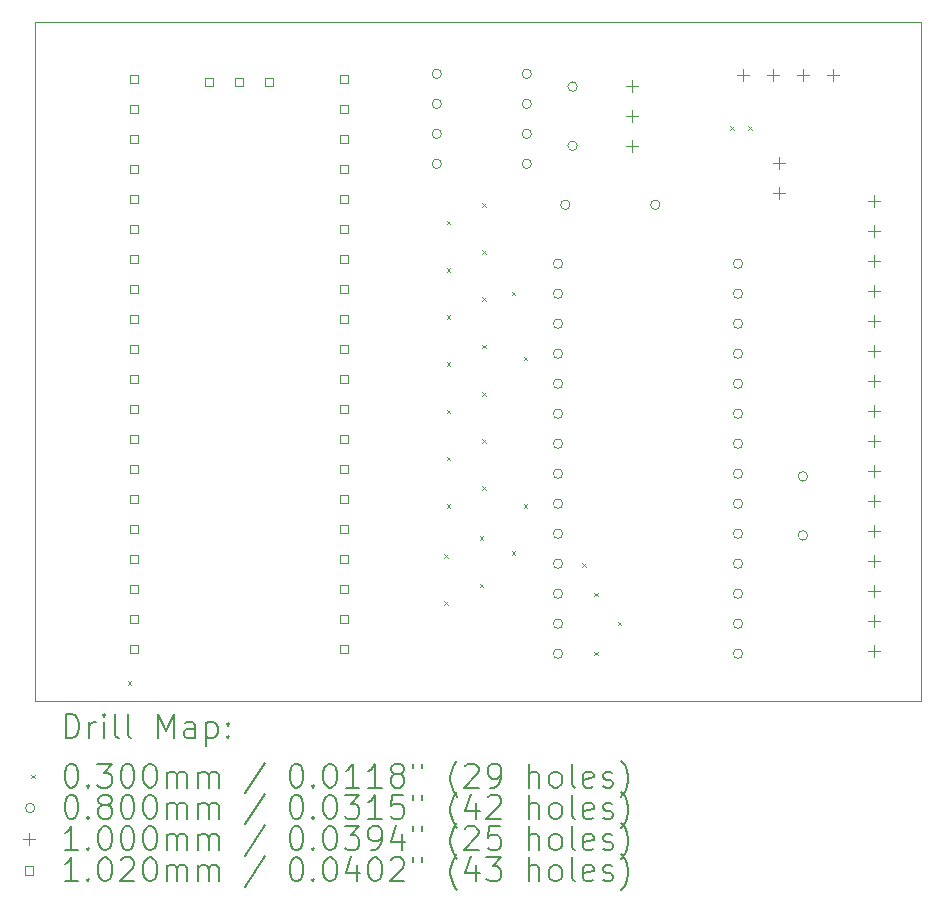
<source format=gbr>
%TF.GenerationSoftware,KiCad,Pcbnew,8.0.5*%
%TF.CreationDate,2024-11-17T15:10:11-05:00*%
%TF.ProjectId,kb-usb-to-coco,6b622d75-7362-42d7-946f-2d636f636f2e,rev?*%
%TF.SameCoordinates,Original*%
%TF.FileFunction,Drillmap*%
%TF.FilePolarity,Positive*%
%FSLAX45Y45*%
G04 Gerber Fmt 4.5, Leading zero omitted, Abs format (unit mm)*
G04 Created by KiCad (PCBNEW 8.0.5) date 2024-11-17 15:10:11*
%MOMM*%
%LPD*%
G01*
G04 APERTURE LIST*
%ADD10C,0.050000*%
%ADD11C,0.200000*%
%ADD12C,0.100000*%
%ADD13C,0.102000*%
G04 APERTURE END LIST*
D10*
X10350000Y-6200000D02*
X17850000Y-6200000D01*
X17850000Y-11950000D01*
X10350000Y-11950000D01*
X10350000Y-6200000D01*
D11*
D12*
X11135000Y-11785000D02*
X11165000Y-11815000D01*
X11165000Y-11785000D02*
X11135000Y-11815000D01*
X13812500Y-10707500D02*
X13842500Y-10737500D01*
X13842500Y-10707500D02*
X13812500Y-10737500D01*
X13812500Y-11107500D02*
X13842500Y-11137500D01*
X13842500Y-11107500D02*
X13812500Y-11137500D01*
X13835000Y-7885000D02*
X13865000Y-7915000D01*
X13865000Y-7885000D02*
X13835000Y-7915000D01*
X13835000Y-8285000D02*
X13865000Y-8315000D01*
X13865000Y-8285000D02*
X13835000Y-8315000D01*
X13835000Y-8685000D02*
X13865000Y-8715000D01*
X13865000Y-8685000D02*
X13835000Y-8715000D01*
X13835000Y-9085000D02*
X13865000Y-9115000D01*
X13865000Y-9085000D02*
X13835000Y-9115000D01*
X13835000Y-9485000D02*
X13865000Y-9515000D01*
X13865000Y-9485000D02*
X13835000Y-9515000D01*
X13835000Y-9885000D02*
X13865000Y-9915000D01*
X13865000Y-9885000D02*
X13835000Y-9915000D01*
X13835000Y-10285000D02*
X13865000Y-10315000D01*
X13865000Y-10285000D02*
X13835000Y-10315000D01*
X14112500Y-10957500D02*
X14142500Y-10987500D01*
X14142500Y-10957500D02*
X14112500Y-10987500D01*
X14114010Y-10555990D02*
X14144010Y-10585990D01*
X14144010Y-10555990D02*
X14114010Y-10585990D01*
X14135000Y-7735000D02*
X14165000Y-7765000D01*
X14165000Y-7735000D02*
X14135000Y-7765000D01*
X14135000Y-8535000D02*
X14165000Y-8565000D01*
X14165000Y-8535000D02*
X14135000Y-8565000D01*
X14135000Y-9335000D02*
X14165000Y-9365000D01*
X14165000Y-9335000D02*
X14135000Y-9365000D01*
X14135000Y-10135000D02*
X14165000Y-10165000D01*
X14165000Y-10135000D02*
X14135000Y-10165000D01*
X14136510Y-8133490D02*
X14166510Y-8163490D01*
X14166510Y-8133490D02*
X14136510Y-8163490D01*
X14136510Y-8933490D02*
X14166510Y-8963490D01*
X14166510Y-8933490D02*
X14136510Y-8963490D01*
X14136510Y-9733490D02*
X14166510Y-9763490D01*
X14166510Y-9733490D02*
X14136510Y-9763490D01*
X14385000Y-8485000D02*
X14415000Y-8515000D01*
X14415000Y-8485000D02*
X14385000Y-8515000D01*
X14385000Y-10685000D02*
X14415000Y-10715000D01*
X14415000Y-10685000D02*
X14385000Y-10715000D01*
X14485000Y-9035000D02*
X14515000Y-9065000D01*
X14515000Y-9035000D02*
X14485000Y-9065000D01*
X14485000Y-10285000D02*
X14515000Y-10315000D01*
X14515000Y-10285000D02*
X14485000Y-10315000D01*
X14983127Y-10783127D02*
X15013127Y-10813127D01*
X15013127Y-10783127D02*
X14983127Y-10813127D01*
X15085000Y-11035000D02*
X15115000Y-11065000D01*
X15115000Y-11035000D02*
X15085000Y-11065000D01*
X15085000Y-11535000D02*
X15115000Y-11565000D01*
X15115000Y-11535000D02*
X15085000Y-11565000D01*
X15281000Y-11281000D02*
X15311000Y-11311000D01*
X15311000Y-11281000D02*
X15281000Y-11311000D01*
X16235000Y-7085000D02*
X16265000Y-7115000D01*
X16265000Y-7085000D02*
X16235000Y-7115000D01*
X16385000Y-7085000D02*
X16415000Y-7115000D01*
X16415000Y-7085000D02*
X16385000Y-7115000D01*
X13790000Y-6642000D02*
G75*
G02*
X13710000Y-6642000I-40000J0D01*
G01*
X13710000Y-6642000D02*
G75*
G02*
X13790000Y-6642000I40000J0D01*
G01*
X13790000Y-6896000D02*
G75*
G02*
X13710000Y-6896000I-40000J0D01*
G01*
X13710000Y-6896000D02*
G75*
G02*
X13790000Y-6896000I40000J0D01*
G01*
X13790000Y-7150000D02*
G75*
G02*
X13710000Y-7150000I-40000J0D01*
G01*
X13710000Y-7150000D02*
G75*
G02*
X13790000Y-7150000I40000J0D01*
G01*
X13790000Y-7404000D02*
G75*
G02*
X13710000Y-7404000I-40000J0D01*
G01*
X13710000Y-7404000D02*
G75*
G02*
X13790000Y-7404000I40000J0D01*
G01*
X14552000Y-6642000D02*
G75*
G02*
X14472000Y-6642000I-40000J0D01*
G01*
X14472000Y-6642000D02*
G75*
G02*
X14552000Y-6642000I40000J0D01*
G01*
X14552000Y-6896000D02*
G75*
G02*
X14472000Y-6896000I-40000J0D01*
G01*
X14472000Y-6896000D02*
G75*
G02*
X14552000Y-6896000I40000J0D01*
G01*
X14552000Y-7150000D02*
G75*
G02*
X14472000Y-7150000I-40000J0D01*
G01*
X14472000Y-7150000D02*
G75*
G02*
X14552000Y-7150000I40000J0D01*
G01*
X14552000Y-7404000D02*
G75*
G02*
X14472000Y-7404000I-40000J0D01*
G01*
X14472000Y-7404000D02*
G75*
G02*
X14552000Y-7404000I40000J0D01*
G01*
X14816000Y-8248000D02*
G75*
G02*
X14736000Y-8248000I-40000J0D01*
G01*
X14736000Y-8248000D02*
G75*
G02*
X14816000Y-8248000I40000J0D01*
G01*
X14816000Y-8502000D02*
G75*
G02*
X14736000Y-8502000I-40000J0D01*
G01*
X14736000Y-8502000D02*
G75*
G02*
X14816000Y-8502000I40000J0D01*
G01*
X14816000Y-8756000D02*
G75*
G02*
X14736000Y-8756000I-40000J0D01*
G01*
X14736000Y-8756000D02*
G75*
G02*
X14816000Y-8756000I40000J0D01*
G01*
X14816000Y-9010000D02*
G75*
G02*
X14736000Y-9010000I-40000J0D01*
G01*
X14736000Y-9010000D02*
G75*
G02*
X14816000Y-9010000I40000J0D01*
G01*
X14816000Y-9264000D02*
G75*
G02*
X14736000Y-9264000I-40000J0D01*
G01*
X14736000Y-9264000D02*
G75*
G02*
X14816000Y-9264000I40000J0D01*
G01*
X14816000Y-9518000D02*
G75*
G02*
X14736000Y-9518000I-40000J0D01*
G01*
X14736000Y-9518000D02*
G75*
G02*
X14816000Y-9518000I40000J0D01*
G01*
X14816000Y-9772000D02*
G75*
G02*
X14736000Y-9772000I-40000J0D01*
G01*
X14736000Y-9772000D02*
G75*
G02*
X14816000Y-9772000I40000J0D01*
G01*
X14816000Y-10026000D02*
G75*
G02*
X14736000Y-10026000I-40000J0D01*
G01*
X14736000Y-10026000D02*
G75*
G02*
X14816000Y-10026000I40000J0D01*
G01*
X14816000Y-10280000D02*
G75*
G02*
X14736000Y-10280000I-40000J0D01*
G01*
X14736000Y-10280000D02*
G75*
G02*
X14816000Y-10280000I40000J0D01*
G01*
X14816000Y-10534000D02*
G75*
G02*
X14736000Y-10534000I-40000J0D01*
G01*
X14736000Y-10534000D02*
G75*
G02*
X14816000Y-10534000I40000J0D01*
G01*
X14816000Y-10788000D02*
G75*
G02*
X14736000Y-10788000I-40000J0D01*
G01*
X14736000Y-10788000D02*
G75*
G02*
X14816000Y-10788000I40000J0D01*
G01*
X14816000Y-11042000D02*
G75*
G02*
X14736000Y-11042000I-40000J0D01*
G01*
X14736000Y-11042000D02*
G75*
G02*
X14816000Y-11042000I40000J0D01*
G01*
X14816000Y-11296000D02*
G75*
G02*
X14736000Y-11296000I-40000J0D01*
G01*
X14736000Y-11296000D02*
G75*
G02*
X14816000Y-11296000I40000J0D01*
G01*
X14816000Y-11550000D02*
G75*
G02*
X14736000Y-11550000I-40000J0D01*
G01*
X14736000Y-11550000D02*
G75*
G02*
X14816000Y-11550000I40000J0D01*
G01*
X14878000Y-7750000D02*
G75*
G02*
X14798000Y-7750000I-40000J0D01*
G01*
X14798000Y-7750000D02*
G75*
G02*
X14878000Y-7750000I40000J0D01*
G01*
X14940000Y-6750000D02*
G75*
G02*
X14860000Y-6750000I-40000J0D01*
G01*
X14860000Y-6750000D02*
G75*
G02*
X14940000Y-6750000I40000J0D01*
G01*
X14940000Y-7250000D02*
G75*
G02*
X14860000Y-7250000I-40000J0D01*
G01*
X14860000Y-7250000D02*
G75*
G02*
X14940000Y-7250000I40000J0D01*
G01*
X15640000Y-7750000D02*
G75*
G02*
X15560000Y-7750000I-40000J0D01*
G01*
X15560000Y-7750000D02*
G75*
G02*
X15640000Y-7750000I40000J0D01*
G01*
X16340000Y-8248000D02*
G75*
G02*
X16260000Y-8248000I-40000J0D01*
G01*
X16260000Y-8248000D02*
G75*
G02*
X16340000Y-8248000I40000J0D01*
G01*
X16340000Y-8502000D02*
G75*
G02*
X16260000Y-8502000I-40000J0D01*
G01*
X16260000Y-8502000D02*
G75*
G02*
X16340000Y-8502000I40000J0D01*
G01*
X16340000Y-8756000D02*
G75*
G02*
X16260000Y-8756000I-40000J0D01*
G01*
X16260000Y-8756000D02*
G75*
G02*
X16340000Y-8756000I40000J0D01*
G01*
X16340000Y-9010000D02*
G75*
G02*
X16260000Y-9010000I-40000J0D01*
G01*
X16260000Y-9010000D02*
G75*
G02*
X16340000Y-9010000I40000J0D01*
G01*
X16340000Y-9264000D02*
G75*
G02*
X16260000Y-9264000I-40000J0D01*
G01*
X16260000Y-9264000D02*
G75*
G02*
X16340000Y-9264000I40000J0D01*
G01*
X16340000Y-9518000D02*
G75*
G02*
X16260000Y-9518000I-40000J0D01*
G01*
X16260000Y-9518000D02*
G75*
G02*
X16340000Y-9518000I40000J0D01*
G01*
X16340000Y-9772000D02*
G75*
G02*
X16260000Y-9772000I-40000J0D01*
G01*
X16260000Y-9772000D02*
G75*
G02*
X16340000Y-9772000I40000J0D01*
G01*
X16340000Y-10026000D02*
G75*
G02*
X16260000Y-10026000I-40000J0D01*
G01*
X16260000Y-10026000D02*
G75*
G02*
X16340000Y-10026000I40000J0D01*
G01*
X16340000Y-10280000D02*
G75*
G02*
X16260000Y-10280000I-40000J0D01*
G01*
X16260000Y-10280000D02*
G75*
G02*
X16340000Y-10280000I40000J0D01*
G01*
X16340000Y-10534000D02*
G75*
G02*
X16260000Y-10534000I-40000J0D01*
G01*
X16260000Y-10534000D02*
G75*
G02*
X16340000Y-10534000I40000J0D01*
G01*
X16340000Y-10788000D02*
G75*
G02*
X16260000Y-10788000I-40000J0D01*
G01*
X16260000Y-10788000D02*
G75*
G02*
X16340000Y-10788000I40000J0D01*
G01*
X16340000Y-11042000D02*
G75*
G02*
X16260000Y-11042000I-40000J0D01*
G01*
X16260000Y-11042000D02*
G75*
G02*
X16340000Y-11042000I40000J0D01*
G01*
X16340000Y-11296000D02*
G75*
G02*
X16260000Y-11296000I-40000J0D01*
G01*
X16260000Y-11296000D02*
G75*
G02*
X16340000Y-11296000I40000J0D01*
G01*
X16340000Y-11550000D02*
G75*
G02*
X16260000Y-11550000I-40000J0D01*
G01*
X16260000Y-11550000D02*
G75*
G02*
X16340000Y-11550000I40000J0D01*
G01*
X16890000Y-10050000D02*
G75*
G02*
X16810000Y-10050000I-40000J0D01*
G01*
X16810000Y-10050000D02*
G75*
G02*
X16890000Y-10050000I40000J0D01*
G01*
X16890000Y-10550000D02*
G75*
G02*
X16810000Y-10550000I-40000J0D01*
G01*
X16810000Y-10550000D02*
G75*
G02*
X16890000Y-10550000I40000J0D01*
G01*
X15400000Y-6694500D02*
X15400000Y-6794500D01*
X15350000Y-6744500D02*
X15450000Y-6744500D01*
X15400000Y-6948500D02*
X15400000Y-7048500D01*
X15350000Y-6998500D02*
X15450000Y-6998500D01*
X15400000Y-7202500D02*
X15400000Y-7302500D01*
X15350000Y-7252500D02*
X15450000Y-7252500D01*
X16342000Y-6600000D02*
X16342000Y-6700000D01*
X16292000Y-6650000D02*
X16392000Y-6650000D01*
X16596000Y-6600000D02*
X16596000Y-6700000D01*
X16546000Y-6650000D02*
X16646000Y-6650000D01*
X16650000Y-7346000D02*
X16650000Y-7446000D01*
X16600000Y-7396000D02*
X16700000Y-7396000D01*
X16650000Y-7600000D02*
X16650000Y-7700000D01*
X16600000Y-7650000D02*
X16700000Y-7650000D01*
X16850000Y-6600000D02*
X16850000Y-6700000D01*
X16800000Y-6650000D02*
X16900000Y-6650000D01*
X17104000Y-6600000D02*
X17104000Y-6700000D01*
X17054000Y-6650000D02*
X17154000Y-6650000D01*
X17450000Y-7668000D02*
X17450000Y-7768000D01*
X17400000Y-7718000D02*
X17500000Y-7718000D01*
X17450000Y-7922000D02*
X17450000Y-8022000D01*
X17400000Y-7972000D02*
X17500000Y-7972000D01*
X17450000Y-8176000D02*
X17450000Y-8276000D01*
X17400000Y-8226000D02*
X17500000Y-8226000D01*
X17450000Y-8430000D02*
X17450000Y-8530000D01*
X17400000Y-8480000D02*
X17500000Y-8480000D01*
X17450000Y-8684000D02*
X17450000Y-8784000D01*
X17400000Y-8734000D02*
X17500000Y-8734000D01*
X17450000Y-8938000D02*
X17450000Y-9038000D01*
X17400000Y-8988000D02*
X17500000Y-8988000D01*
X17450000Y-9192000D02*
X17450000Y-9292000D01*
X17400000Y-9242000D02*
X17500000Y-9242000D01*
X17450000Y-9446000D02*
X17450000Y-9546000D01*
X17400000Y-9496000D02*
X17500000Y-9496000D01*
X17450000Y-9700000D02*
X17450000Y-9800000D01*
X17400000Y-9750000D02*
X17500000Y-9750000D01*
X17450000Y-9954000D02*
X17450000Y-10054000D01*
X17400000Y-10004000D02*
X17500000Y-10004000D01*
X17450000Y-10208000D02*
X17450000Y-10308000D01*
X17400000Y-10258000D02*
X17500000Y-10258000D01*
X17450000Y-10462000D02*
X17450000Y-10562000D01*
X17400000Y-10512000D02*
X17500000Y-10512000D01*
X17450000Y-10716000D02*
X17450000Y-10816000D01*
X17400000Y-10766000D02*
X17500000Y-10766000D01*
X17450000Y-10970000D02*
X17450000Y-11070000D01*
X17400000Y-11020000D02*
X17500000Y-11020000D01*
X17450000Y-11224000D02*
X17450000Y-11324000D01*
X17400000Y-11274000D02*
X17500000Y-11274000D01*
X17450000Y-11478000D02*
X17450000Y-11578000D01*
X17400000Y-11528000D02*
X17500000Y-11528000D01*
D13*
X11224563Y-6723063D02*
X11224563Y-6650937D01*
X11152437Y-6650937D01*
X11152437Y-6723063D01*
X11224563Y-6723063D01*
X11224563Y-6977063D02*
X11224563Y-6904937D01*
X11152437Y-6904937D01*
X11152437Y-6977063D01*
X11224563Y-6977063D01*
X11224563Y-7231063D02*
X11224563Y-7158937D01*
X11152437Y-7158937D01*
X11152437Y-7231063D01*
X11224563Y-7231063D01*
X11224563Y-7485063D02*
X11224563Y-7412937D01*
X11152437Y-7412937D01*
X11152437Y-7485063D01*
X11224563Y-7485063D01*
X11224563Y-7739063D02*
X11224563Y-7666937D01*
X11152437Y-7666937D01*
X11152437Y-7739063D01*
X11224563Y-7739063D01*
X11224563Y-7993063D02*
X11224563Y-7920937D01*
X11152437Y-7920937D01*
X11152437Y-7993063D01*
X11224563Y-7993063D01*
X11224563Y-8247063D02*
X11224563Y-8174937D01*
X11152437Y-8174937D01*
X11152437Y-8247063D01*
X11224563Y-8247063D01*
X11224563Y-8501063D02*
X11224563Y-8428937D01*
X11152437Y-8428937D01*
X11152437Y-8501063D01*
X11224563Y-8501063D01*
X11224563Y-8755063D02*
X11224563Y-8682937D01*
X11152437Y-8682937D01*
X11152437Y-8755063D01*
X11224563Y-8755063D01*
X11224563Y-9009063D02*
X11224563Y-8936937D01*
X11152437Y-8936937D01*
X11152437Y-9009063D01*
X11224563Y-9009063D01*
X11224563Y-9263063D02*
X11224563Y-9190937D01*
X11152437Y-9190937D01*
X11152437Y-9263063D01*
X11224563Y-9263063D01*
X11224563Y-9517063D02*
X11224563Y-9444937D01*
X11152437Y-9444937D01*
X11152437Y-9517063D01*
X11224563Y-9517063D01*
X11224563Y-9771063D02*
X11224563Y-9698937D01*
X11152437Y-9698937D01*
X11152437Y-9771063D01*
X11224563Y-9771063D01*
X11224563Y-10025063D02*
X11224563Y-9952937D01*
X11152437Y-9952937D01*
X11152437Y-10025063D01*
X11224563Y-10025063D01*
X11224563Y-10279063D02*
X11224563Y-10206937D01*
X11152437Y-10206937D01*
X11152437Y-10279063D01*
X11224563Y-10279063D01*
X11224563Y-10533063D02*
X11224563Y-10460937D01*
X11152437Y-10460937D01*
X11152437Y-10533063D01*
X11224563Y-10533063D01*
X11224563Y-10787063D02*
X11224563Y-10714937D01*
X11152437Y-10714937D01*
X11152437Y-10787063D01*
X11224563Y-10787063D01*
X11224563Y-11041063D02*
X11224563Y-10968937D01*
X11152437Y-10968937D01*
X11152437Y-11041063D01*
X11224563Y-11041063D01*
X11224563Y-11295063D02*
X11224563Y-11222937D01*
X11152437Y-11222937D01*
X11152437Y-11295063D01*
X11224563Y-11295063D01*
X11224563Y-11549063D02*
X11224563Y-11476937D01*
X11152437Y-11476937D01*
X11152437Y-11549063D01*
X11224563Y-11549063D01*
X11859563Y-6746063D02*
X11859563Y-6673937D01*
X11787437Y-6673937D01*
X11787437Y-6746063D01*
X11859563Y-6746063D01*
X12113563Y-6746063D02*
X12113563Y-6673937D01*
X12041437Y-6673937D01*
X12041437Y-6746063D01*
X12113563Y-6746063D01*
X12367563Y-6746063D02*
X12367563Y-6673937D01*
X12295437Y-6673937D01*
X12295437Y-6746063D01*
X12367563Y-6746063D01*
X13002563Y-6723063D02*
X13002563Y-6650937D01*
X12930437Y-6650937D01*
X12930437Y-6723063D01*
X13002563Y-6723063D01*
X13002563Y-6977063D02*
X13002563Y-6904937D01*
X12930437Y-6904937D01*
X12930437Y-6977063D01*
X13002563Y-6977063D01*
X13002563Y-7231063D02*
X13002563Y-7158937D01*
X12930437Y-7158937D01*
X12930437Y-7231063D01*
X13002563Y-7231063D01*
X13002563Y-7485063D02*
X13002563Y-7412937D01*
X12930437Y-7412937D01*
X12930437Y-7485063D01*
X13002563Y-7485063D01*
X13002563Y-7739063D02*
X13002563Y-7666937D01*
X12930437Y-7666937D01*
X12930437Y-7739063D01*
X13002563Y-7739063D01*
X13002563Y-7993063D02*
X13002563Y-7920937D01*
X12930437Y-7920937D01*
X12930437Y-7993063D01*
X13002563Y-7993063D01*
X13002563Y-8247063D02*
X13002563Y-8174937D01*
X12930437Y-8174937D01*
X12930437Y-8247063D01*
X13002563Y-8247063D01*
X13002563Y-8501063D02*
X13002563Y-8428937D01*
X12930437Y-8428937D01*
X12930437Y-8501063D01*
X13002563Y-8501063D01*
X13002563Y-8755063D02*
X13002563Y-8682937D01*
X12930437Y-8682937D01*
X12930437Y-8755063D01*
X13002563Y-8755063D01*
X13002563Y-9009063D02*
X13002563Y-8936937D01*
X12930437Y-8936937D01*
X12930437Y-9009063D01*
X13002563Y-9009063D01*
X13002563Y-9263063D02*
X13002563Y-9190937D01*
X12930437Y-9190937D01*
X12930437Y-9263063D01*
X13002563Y-9263063D01*
X13002563Y-9517063D02*
X13002563Y-9444937D01*
X12930437Y-9444937D01*
X12930437Y-9517063D01*
X13002563Y-9517063D01*
X13002563Y-9771063D02*
X13002563Y-9698937D01*
X12930437Y-9698937D01*
X12930437Y-9771063D01*
X13002563Y-9771063D01*
X13002563Y-10025063D02*
X13002563Y-9952937D01*
X12930437Y-9952937D01*
X12930437Y-10025063D01*
X13002563Y-10025063D01*
X13002563Y-10279063D02*
X13002563Y-10206937D01*
X12930437Y-10206937D01*
X12930437Y-10279063D01*
X13002563Y-10279063D01*
X13002563Y-10533063D02*
X13002563Y-10460937D01*
X12930437Y-10460937D01*
X12930437Y-10533063D01*
X13002563Y-10533063D01*
X13002563Y-10787063D02*
X13002563Y-10714937D01*
X12930437Y-10714937D01*
X12930437Y-10787063D01*
X13002563Y-10787063D01*
X13002563Y-11041063D02*
X13002563Y-10968937D01*
X12930437Y-10968937D01*
X12930437Y-11041063D01*
X13002563Y-11041063D01*
X13002563Y-11295063D02*
X13002563Y-11222937D01*
X12930437Y-11222937D01*
X12930437Y-11295063D01*
X13002563Y-11295063D01*
X13002563Y-11549063D02*
X13002563Y-11476937D01*
X12930437Y-11476937D01*
X12930437Y-11549063D01*
X13002563Y-11549063D01*
D11*
X10608277Y-12263984D02*
X10608277Y-12063984D01*
X10608277Y-12063984D02*
X10655896Y-12063984D01*
X10655896Y-12063984D02*
X10684467Y-12073508D01*
X10684467Y-12073508D02*
X10703515Y-12092555D01*
X10703515Y-12092555D02*
X10713039Y-12111603D01*
X10713039Y-12111603D02*
X10722563Y-12149698D01*
X10722563Y-12149698D02*
X10722563Y-12178269D01*
X10722563Y-12178269D02*
X10713039Y-12216365D01*
X10713039Y-12216365D02*
X10703515Y-12235412D01*
X10703515Y-12235412D02*
X10684467Y-12254460D01*
X10684467Y-12254460D02*
X10655896Y-12263984D01*
X10655896Y-12263984D02*
X10608277Y-12263984D01*
X10808277Y-12263984D02*
X10808277Y-12130650D01*
X10808277Y-12168746D02*
X10817801Y-12149698D01*
X10817801Y-12149698D02*
X10827324Y-12140174D01*
X10827324Y-12140174D02*
X10846372Y-12130650D01*
X10846372Y-12130650D02*
X10865420Y-12130650D01*
X10932086Y-12263984D02*
X10932086Y-12130650D01*
X10932086Y-12063984D02*
X10922563Y-12073508D01*
X10922563Y-12073508D02*
X10932086Y-12083031D01*
X10932086Y-12083031D02*
X10941610Y-12073508D01*
X10941610Y-12073508D02*
X10932086Y-12063984D01*
X10932086Y-12063984D02*
X10932086Y-12083031D01*
X11055896Y-12263984D02*
X11036848Y-12254460D01*
X11036848Y-12254460D02*
X11027324Y-12235412D01*
X11027324Y-12235412D02*
X11027324Y-12063984D01*
X11160658Y-12263984D02*
X11141610Y-12254460D01*
X11141610Y-12254460D02*
X11132086Y-12235412D01*
X11132086Y-12235412D02*
X11132086Y-12063984D01*
X11389229Y-12263984D02*
X11389229Y-12063984D01*
X11389229Y-12063984D02*
X11455896Y-12206841D01*
X11455896Y-12206841D02*
X11522562Y-12063984D01*
X11522562Y-12063984D02*
X11522562Y-12263984D01*
X11703515Y-12263984D02*
X11703515Y-12159222D01*
X11703515Y-12159222D02*
X11693991Y-12140174D01*
X11693991Y-12140174D02*
X11674943Y-12130650D01*
X11674943Y-12130650D02*
X11636848Y-12130650D01*
X11636848Y-12130650D02*
X11617801Y-12140174D01*
X11703515Y-12254460D02*
X11684467Y-12263984D01*
X11684467Y-12263984D02*
X11636848Y-12263984D01*
X11636848Y-12263984D02*
X11617801Y-12254460D01*
X11617801Y-12254460D02*
X11608277Y-12235412D01*
X11608277Y-12235412D02*
X11608277Y-12216365D01*
X11608277Y-12216365D02*
X11617801Y-12197317D01*
X11617801Y-12197317D02*
X11636848Y-12187793D01*
X11636848Y-12187793D02*
X11684467Y-12187793D01*
X11684467Y-12187793D02*
X11703515Y-12178269D01*
X11798753Y-12130650D02*
X11798753Y-12330650D01*
X11798753Y-12140174D02*
X11817801Y-12130650D01*
X11817801Y-12130650D02*
X11855896Y-12130650D01*
X11855896Y-12130650D02*
X11874943Y-12140174D01*
X11874943Y-12140174D02*
X11884467Y-12149698D01*
X11884467Y-12149698D02*
X11893991Y-12168746D01*
X11893991Y-12168746D02*
X11893991Y-12225888D01*
X11893991Y-12225888D02*
X11884467Y-12244936D01*
X11884467Y-12244936D02*
X11874943Y-12254460D01*
X11874943Y-12254460D02*
X11855896Y-12263984D01*
X11855896Y-12263984D02*
X11817801Y-12263984D01*
X11817801Y-12263984D02*
X11798753Y-12254460D01*
X11979705Y-12244936D02*
X11989229Y-12254460D01*
X11989229Y-12254460D02*
X11979705Y-12263984D01*
X11979705Y-12263984D02*
X11970182Y-12254460D01*
X11970182Y-12254460D02*
X11979705Y-12244936D01*
X11979705Y-12244936D02*
X11979705Y-12263984D01*
X11979705Y-12140174D02*
X11989229Y-12149698D01*
X11989229Y-12149698D02*
X11979705Y-12159222D01*
X11979705Y-12159222D02*
X11970182Y-12149698D01*
X11970182Y-12149698D02*
X11979705Y-12140174D01*
X11979705Y-12140174D02*
X11979705Y-12159222D01*
D12*
X10317500Y-12577500D02*
X10347500Y-12607500D01*
X10347500Y-12577500D02*
X10317500Y-12607500D01*
D11*
X10646372Y-12483984D02*
X10665420Y-12483984D01*
X10665420Y-12483984D02*
X10684467Y-12493508D01*
X10684467Y-12493508D02*
X10693991Y-12503031D01*
X10693991Y-12503031D02*
X10703515Y-12522079D01*
X10703515Y-12522079D02*
X10713039Y-12560174D01*
X10713039Y-12560174D02*
X10713039Y-12607793D01*
X10713039Y-12607793D02*
X10703515Y-12645888D01*
X10703515Y-12645888D02*
X10693991Y-12664936D01*
X10693991Y-12664936D02*
X10684467Y-12674460D01*
X10684467Y-12674460D02*
X10665420Y-12683984D01*
X10665420Y-12683984D02*
X10646372Y-12683984D01*
X10646372Y-12683984D02*
X10627324Y-12674460D01*
X10627324Y-12674460D02*
X10617801Y-12664936D01*
X10617801Y-12664936D02*
X10608277Y-12645888D01*
X10608277Y-12645888D02*
X10598753Y-12607793D01*
X10598753Y-12607793D02*
X10598753Y-12560174D01*
X10598753Y-12560174D02*
X10608277Y-12522079D01*
X10608277Y-12522079D02*
X10617801Y-12503031D01*
X10617801Y-12503031D02*
X10627324Y-12493508D01*
X10627324Y-12493508D02*
X10646372Y-12483984D01*
X10798753Y-12664936D02*
X10808277Y-12674460D01*
X10808277Y-12674460D02*
X10798753Y-12683984D01*
X10798753Y-12683984D02*
X10789229Y-12674460D01*
X10789229Y-12674460D02*
X10798753Y-12664936D01*
X10798753Y-12664936D02*
X10798753Y-12683984D01*
X10874944Y-12483984D02*
X10998753Y-12483984D01*
X10998753Y-12483984D02*
X10932086Y-12560174D01*
X10932086Y-12560174D02*
X10960658Y-12560174D01*
X10960658Y-12560174D02*
X10979705Y-12569698D01*
X10979705Y-12569698D02*
X10989229Y-12579222D01*
X10989229Y-12579222D02*
X10998753Y-12598269D01*
X10998753Y-12598269D02*
X10998753Y-12645888D01*
X10998753Y-12645888D02*
X10989229Y-12664936D01*
X10989229Y-12664936D02*
X10979705Y-12674460D01*
X10979705Y-12674460D02*
X10960658Y-12683984D01*
X10960658Y-12683984D02*
X10903515Y-12683984D01*
X10903515Y-12683984D02*
X10884467Y-12674460D01*
X10884467Y-12674460D02*
X10874944Y-12664936D01*
X11122563Y-12483984D02*
X11141610Y-12483984D01*
X11141610Y-12483984D02*
X11160658Y-12493508D01*
X11160658Y-12493508D02*
X11170182Y-12503031D01*
X11170182Y-12503031D02*
X11179705Y-12522079D01*
X11179705Y-12522079D02*
X11189229Y-12560174D01*
X11189229Y-12560174D02*
X11189229Y-12607793D01*
X11189229Y-12607793D02*
X11179705Y-12645888D01*
X11179705Y-12645888D02*
X11170182Y-12664936D01*
X11170182Y-12664936D02*
X11160658Y-12674460D01*
X11160658Y-12674460D02*
X11141610Y-12683984D01*
X11141610Y-12683984D02*
X11122563Y-12683984D01*
X11122563Y-12683984D02*
X11103515Y-12674460D01*
X11103515Y-12674460D02*
X11093991Y-12664936D01*
X11093991Y-12664936D02*
X11084467Y-12645888D01*
X11084467Y-12645888D02*
X11074944Y-12607793D01*
X11074944Y-12607793D02*
X11074944Y-12560174D01*
X11074944Y-12560174D02*
X11084467Y-12522079D01*
X11084467Y-12522079D02*
X11093991Y-12503031D01*
X11093991Y-12503031D02*
X11103515Y-12493508D01*
X11103515Y-12493508D02*
X11122563Y-12483984D01*
X11313039Y-12483984D02*
X11332086Y-12483984D01*
X11332086Y-12483984D02*
X11351134Y-12493508D01*
X11351134Y-12493508D02*
X11360658Y-12503031D01*
X11360658Y-12503031D02*
X11370182Y-12522079D01*
X11370182Y-12522079D02*
X11379705Y-12560174D01*
X11379705Y-12560174D02*
X11379705Y-12607793D01*
X11379705Y-12607793D02*
X11370182Y-12645888D01*
X11370182Y-12645888D02*
X11360658Y-12664936D01*
X11360658Y-12664936D02*
X11351134Y-12674460D01*
X11351134Y-12674460D02*
X11332086Y-12683984D01*
X11332086Y-12683984D02*
X11313039Y-12683984D01*
X11313039Y-12683984D02*
X11293991Y-12674460D01*
X11293991Y-12674460D02*
X11284467Y-12664936D01*
X11284467Y-12664936D02*
X11274943Y-12645888D01*
X11274943Y-12645888D02*
X11265420Y-12607793D01*
X11265420Y-12607793D02*
X11265420Y-12560174D01*
X11265420Y-12560174D02*
X11274943Y-12522079D01*
X11274943Y-12522079D02*
X11284467Y-12503031D01*
X11284467Y-12503031D02*
X11293991Y-12493508D01*
X11293991Y-12493508D02*
X11313039Y-12483984D01*
X11465420Y-12683984D02*
X11465420Y-12550650D01*
X11465420Y-12569698D02*
X11474943Y-12560174D01*
X11474943Y-12560174D02*
X11493991Y-12550650D01*
X11493991Y-12550650D02*
X11522563Y-12550650D01*
X11522563Y-12550650D02*
X11541610Y-12560174D01*
X11541610Y-12560174D02*
X11551134Y-12579222D01*
X11551134Y-12579222D02*
X11551134Y-12683984D01*
X11551134Y-12579222D02*
X11560658Y-12560174D01*
X11560658Y-12560174D02*
X11579705Y-12550650D01*
X11579705Y-12550650D02*
X11608277Y-12550650D01*
X11608277Y-12550650D02*
X11627324Y-12560174D01*
X11627324Y-12560174D02*
X11636848Y-12579222D01*
X11636848Y-12579222D02*
X11636848Y-12683984D01*
X11732086Y-12683984D02*
X11732086Y-12550650D01*
X11732086Y-12569698D02*
X11741610Y-12560174D01*
X11741610Y-12560174D02*
X11760658Y-12550650D01*
X11760658Y-12550650D02*
X11789229Y-12550650D01*
X11789229Y-12550650D02*
X11808277Y-12560174D01*
X11808277Y-12560174D02*
X11817801Y-12579222D01*
X11817801Y-12579222D02*
X11817801Y-12683984D01*
X11817801Y-12579222D02*
X11827324Y-12560174D01*
X11827324Y-12560174D02*
X11846372Y-12550650D01*
X11846372Y-12550650D02*
X11874943Y-12550650D01*
X11874943Y-12550650D02*
X11893991Y-12560174D01*
X11893991Y-12560174D02*
X11903515Y-12579222D01*
X11903515Y-12579222D02*
X11903515Y-12683984D01*
X12293991Y-12474460D02*
X12122563Y-12731603D01*
X12551134Y-12483984D02*
X12570182Y-12483984D01*
X12570182Y-12483984D02*
X12589229Y-12493508D01*
X12589229Y-12493508D02*
X12598753Y-12503031D01*
X12598753Y-12503031D02*
X12608277Y-12522079D01*
X12608277Y-12522079D02*
X12617801Y-12560174D01*
X12617801Y-12560174D02*
X12617801Y-12607793D01*
X12617801Y-12607793D02*
X12608277Y-12645888D01*
X12608277Y-12645888D02*
X12598753Y-12664936D01*
X12598753Y-12664936D02*
X12589229Y-12674460D01*
X12589229Y-12674460D02*
X12570182Y-12683984D01*
X12570182Y-12683984D02*
X12551134Y-12683984D01*
X12551134Y-12683984D02*
X12532086Y-12674460D01*
X12532086Y-12674460D02*
X12522563Y-12664936D01*
X12522563Y-12664936D02*
X12513039Y-12645888D01*
X12513039Y-12645888D02*
X12503515Y-12607793D01*
X12503515Y-12607793D02*
X12503515Y-12560174D01*
X12503515Y-12560174D02*
X12513039Y-12522079D01*
X12513039Y-12522079D02*
X12522563Y-12503031D01*
X12522563Y-12503031D02*
X12532086Y-12493508D01*
X12532086Y-12493508D02*
X12551134Y-12483984D01*
X12703515Y-12664936D02*
X12713039Y-12674460D01*
X12713039Y-12674460D02*
X12703515Y-12683984D01*
X12703515Y-12683984D02*
X12693991Y-12674460D01*
X12693991Y-12674460D02*
X12703515Y-12664936D01*
X12703515Y-12664936D02*
X12703515Y-12683984D01*
X12836848Y-12483984D02*
X12855896Y-12483984D01*
X12855896Y-12483984D02*
X12874944Y-12493508D01*
X12874944Y-12493508D02*
X12884467Y-12503031D01*
X12884467Y-12503031D02*
X12893991Y-12522079D01*
X12893991Y-12522079D02*
X12903515Y-12560174D01*
X12903515Y-12560174D02*
X12903515Y-12607793D01*
X12903515Y-12607793D02*
X12893991Y-12645888D01*
X12893991Y-12645888D02*
X12884467Y-12664936D01*
X12884467Y-12664936D02*
X12874944Y-12674460D01*
X12874944Y-12674460D02*
X12855896Y-12683984D01*
X12855896Y-12683984D02*
X12836848Y-12683984D01*
X12836848Y-12683984D02*
X12817801Y-12674460D01*
X12817801Y-12674460D02*
X12808277Y-12664936D01*
X12808277Y-12664936D02*
X12798753Y-12645888D01*
X12798753Y-12645888D02*
X12789229Y-12607793D01*
X12789229Y-12607793D02*
X12789229Y-12560174D01*
X12789229Y-12560174D02*
X12798753Y-12522079D01*
X12798753Y-12522079D02*
X12808277Y-12503031D01*
X12808277Y-12503031D02*
X12817801Y-12493508D01*
X12817801Y-12493508D02*
X12836848Y-12483984D01*
X13093991Y-12683984D02*
X12979706Y-12683984D01*
X13036848Y-12683984D02*
X13036848Y-12483984D01*
X13036848Y-12483984D02*
X13017801Y-12512555D01*
X13017801Y-12512555D02*
X12998753Y-12531603D01*
X12998753Y-12531603D02*
X12979706Y-12541127D01*
X13284467Y-12683984D02*
X13170182Y-12683984D01*
X13227325Y-12683984D02*
X13227325Y-12483984D01*
X13227325Y-12483984D02*
X13208277Y-12512555D01*
X13208277Y-12512555D02*
X13189229Y-12531603D01*
X13189229Y-12531603D02*
X13170182Y-12541127D01*
X13398753Y-12569698D02*
X13379706Y-12560174D01*
X13379706Y-12560174D02*
X13370182Y-12550650D01*
X13370182Y-12550650D02*
X13360658Y-12531603D01*
X13360658Y-12531603D02*
X13360658Y-12522079D01*
X13360658Y-12522079D02*
X13370182Y-12503031D01*
X13370182Y-12503031D02*
X13379706Y-12493508D01*
X13379706Y-12493508D02*
X13398753Y-12483984D01*
X13398753Y-12483984D02*
X13436848Y-12483984D01*
X13436848Y-12483984D02*
X13455896Y-12493508D01*
X13455896Y-12493508D02*
X13465420Y-12503031D01*
X13465420Y-12503031D02*
X13474944Y-12522079D01*
X13474944Y-12522079D02*
X13474944Y-12531603D01*
X13474944Y-12531603D02*
X13465420Y-12550650D01*
X13465420Y-12550650D02*
X13455896Y-12560174D01*
X13455896Y-12560174D02*
X13436848Y-12569698D01*
X13436848Y-12569698D02*
X13398753Y-12569698D01*
X13398753Y-12569698D02*
X13379706Y-12579222D01*
X13379706Y-12579222D02*
X13370182Y-12588746D01*
X13370182Y-12588746D02*
X13360658Y-12607793D01*
X13360658Y-12607793D02*
X13360658Y-12645888D01*
X13360658Y-12645888D02*
X13370182Y-12664936D01*
X13370182Y-12664936D02*
X13379706Y-12674460D01*
X13379706Y-12674460D02*
X13398753Y-12683984D01*
X13398753Y-12683984D02*
X13436848Y-12683984D01*
X13436848Y-12683984D02*
X13455896Y-12674460D01*
X13455896Y-12674460D02*
X13465420Y-12664936D01*
X13465420Y-12664936D02*
X13474944Y-12645888D01*
X13474944Y-12645888D02*
X13474944Y-12607793D01*
X13474944Y-12607793D02*
X13465420Y-12588746D01*
X13465420Y-12588746D02*
X13455896Y-12579222D01*
X13455896Y-12579222D02*
X13436848Y-12569698D01*
X13551134Y-12483984D02*
X13551134Y-12522079D01*
X13627325Y-12483984D02*
X13627325Y-12522079D01*
X13922563Y-12760174D02*
X13913039Y-12750650D01*
X13913039Y-12750650D02*
X13893991Y-12722079D01*
X13893991Y-12722079D02*
X13884468Y-12703031D01*
X13884468Y-12703031D02*
X13874944Y-12674460D01*
X13874944Y-12674460D02*
X13865420Y-12626841D01*
X13865420Y-12626841D02*
X13865420Y-12588746D01*
X13865420Y-12588746D02*
X13874944Y-12541127D01*
X13874944Y-12541127D02*
X13884468Y-12512555D01*
X13884468Y-12512555D02*
X13893991Y-12493508D01*
X13893991Y-12493508D02*
X13913039Y-12464936D01*
X13913039Y-12464936D02*
X13922563Y-12455412D01*
X13989229Y-12503031D02*
X13998753Y-12493508D01*
X13998753Y-12493508D02*
X14017801Y-12483984D01*
X14017801Y-12483984D02*
X14065420Y-12483984D01*
X14065420Y-12483984D02*
X14084468Y-12493508D01*
X14084468Y-12493508D02*
X14093991Y-12503031D01*
X14093991Y-12503031D02*
X14103515Y-12522079D01*
X14103515Y-12522079D02*
X14103515Y-12541127D01*
X14103515Y-12541127D02*
X14093991Y-12569698D01*
X14093991Y-12569698D02*
X13979706Y-12683984D01*
X13979706Y-12683984D02*
X14103515Y-12683984D01*
X14198753Y-12683984D02*
X14236848Y-12683984D01*
X14236848Y-12683984D02*
X14255896Y-12674460D01*
X14255896Y-12674460D02*
X14265420Y-12664936D01*
X14265420Y-12664936D02*
X14284468Y-12636365D01*
X14284468Y-12636365D02*
X14293991Y-12598269D01*
X14293991Y-12598269D02*
X14293991Y-12522079D01*
X14293991Y-12522079D02*
X14284468Y-12503031D01*
X14284468Y-12503031D02*
X14274944Y-12493508D01*
X14274944Y-12493508D02*
X14255896Y-12483984D01*
X14255896Y-12483984D02*
X14217801Y-12483984D01*
X14217801Y-12483984D02*
X14198753Y-12493508D01*
X14198753Y-12493508D02*
X14189229Y-12503031D01*
X14189229Y-12503031D02*
X14179706Y-12522079D01*
X14179706Y-12522079D02*
X14179706Y-12569698D01*
X14179706Y-12569698D02*
X14189229Y-12588746D01*
X14189229Y-12588746D02*
X14198753Y-12598269D01*
X14198753Y-12598269D02*
X14217801Y-12607793D01*
X14217801Y-12607793D02*
X14255896Y-12607793D01*
X14255896Y-12607793D02*
X14274944Y-12598269D01*
X14274944Y-12598269D02*
X14284468Y-12588746D01*
X14284468Y-12588746D02*
X14293991Y-12569698D01*
X14532087Y-12683984D02*
X14532087Y-12483984D01*
X14617801Y-12683984D02*
X14617801Y-12579222D01*
X14617801Y-12579222D02*
X14608277Y-12560174D01*
X14608277Y-12560174D02*
X14589230Y-12550650D01*
X14589230Y-12550650D02*
X14560658Y-12550650D01*
X14560658Y-12550650D02*
X14541610Y-12560174D01*
X14541610Y-12560174D02*
X14532087Y-12569698D01*
X14741610Y-12683984D02*
X14722563Y-12674460D01*
X14722563Y-12674460D02*
X14713039Y-12664936D01*
X14713039Y-12664936D02*
X14703515Y-12645888D01*
X14703515Y-12645888D02*
X14703515Y-12588746D01*
X14703515Y-12588746D02*
X14713039Y-12569698D01*
X14713039Y-12569698D02*
X14722563Y-12560174D01*
X14722563Y-12560174D02*
X14741610Y-12550650D01*
X14741610Y-12550650D02*
X14770182Y-12550650D01*
X14770182Y-12550650D02*
X14789230Y-12560174D01*
X14789230Y-12560174D02*
X14798753Y-12569698D01*
X14798753Y-12569698D02*
X14808277Y-12588746D01*
X14808277Y-12588746D02*
X14808277Y-12645888D01*
X14808277Y-12645888D02*
X14798753Y-12664936D01*
X14798753Y-12664936D02*
X14789230Y-12674460D01*
X14789230Y-12674460D02*
X14770182Y-12683984D01*
X14770182Y-12683984D02*
X14741610Y-12683984D01*
X14922563Y-12683984D02*
X14903515Y-12674460D01*
X14903515Y-12674460D02*
X14893991Y-12655412D01*
X14893991Y-12655412D02*
X14893991Y-12483984D01*
X15074944Y-12674460D02*
X15055896Y-12683984D01*
X15055896Y-12683984D02*
X15017801Y-12683984D01*
X15017801Y-12683984D02*
X14998753Y-12674460D01*
X14998753Y-12674460D02*
X14989230Y-12655412D01*
X14989230Y-12655412D02*
X14989230Y-12579222D01*
X14989230Y-12579222D02*
X14998753Y-12560174D01*
X14998753Y-12560174D02*
X15017801Y-12550650D01*
X15017801Y-12550650D02*
X15055896Y-12550650D01*
X15055896Y-12550650D02*
X15074944Y-12560174D01*
X15074944Y-12560174D02*
X15084468Y-12579222D01*
X15084468Y-12579222D02*
X15084468Y-12598269D01*
X15084468Y-12598269D02*
X14989230Y-12617317D01*
X15160658Y-12674460D02*
X15179706Y-12683984D01*
X15179706Y-12683984D02*
X15217801Y-12683984D01*
X15217801Y-12683984D02*
X15236849Y-12674460D01*
X15236849Y-12674460D02*
X15246372Y-12655412D01*
X15246372Y-12655412D02*
X15246372Y-12645888D01*
X15246372Y-12645888D02*
X15236849Y-12626841D01*
X15236849Y-12626841D02*
X15217801Y-12617317D01*
X15217801Y-12617317D02*
X15189230Y-12617317D01*
X15189230Y-12617317D02*
X15170182Y-12607793D01*
X15170182Y-12607793D02*
X15160658Y-12588746D01*
X15160658Y-12588746D02*
X15160658Y-12579222D01*
X15160658Y-12579222D02*
X15170182Y-12560174D01*
X15170182Y-12560174D02*
X15189230Y-12550650D01*
X15189230Y-12550650D02*
X15217801Y-12550650D01*
X15217801Y-12550650D02*
X15236849Y-12560174D01*
X15313039Y-12760174D02*
X15322563Y-12750650D01*
X15322563Y-12750650D02*
X15341611Y-12722079D01*
X15341611Y-12722079D02*
X15351134Y-12703031D01*
X15351134Y-12703031D02*
X15360658Y-12674460D01*
X15360658Y-12674460D02*
X15370182Y-12626841D01*
X15370182Y-12626841D02*
X15370182Y-12588746D01*
X15370182Y-12588746D02*
X15360658Y-12541127D01*
X15360658Y-12541127D02*
X15351134Y-12512555D01*
X15351134Y-12512555D02*
X15341611Y-12493508D01*
X15341611Y-12493508D02*
X15322563Y-12464936D01*
X15322563Y-12464936D02*
X15313039Y-12455412D01*
D12*
X10347500Y-12856500D02*
G75*
G02*
X10267500Y-12856500I-40000J0D01*
G01*
X10267500Y-12856500D02*
G75*
G02*
X10347500Y-12856500I40000J0D01*
G01*
D11*
X10646372Y-12747984D02*
X10665420Y-12747984D01*
X10665420Y-12747984D02*
X10684467Y-12757508D01*
X10684467Y-12757508D02*
X10693991Y-12767031D01*
X10693991Y-12767031D02*
X10703515Y-12786079D01*
X10703515Y-12786079D02*
X10713039Y-12824174D01*
X10713039Y-12824174D02*
X10713039Y-12871793D01*
X10713039Y-12871793D02*
X10703515Y-12909888D01*
X10703515Y-12909888D02*
X10693991Y-12928936D01*
X10693991Y-12928936D02*
X10684467Y-12938460D01*
X10684467Y-12938460D02*
X10665420Y-12947984D01*
X10665420Y-12947984D02*
X10646372Y-12947984D01*
X10646372Y-12947984D02*
X10627324Y-12938460D01*
X10627324Y-12938460D02*
X10617801Y-12928936D01*
X10617801Y-12928936D02*
X10608277Y-12909888D01*
X10608277Y-12909888D02*
X10598753Y-12871793D01*
X10598753Y-12871793D02*
X10598753Y-12824174D01*
X10598753Y-12824174D02*
X10608277Y-12786079D01*
X10608277Y-12786079D02*
X10617801Y-12767031D01*
X10617801Y-12767031D02*
X10627324Y-12757508D01*
X10627324Y-12757508D02*
X10646372Y-12747984D01*
X10798753Y-12928936D02*
X10808277Y-12938460D01*
X10808277Y-12938460D02*
X10798753Y-12947984D01*
X10798753Y-12947984D02*
X10789229Y-12938460D01*
X10789229Y-12938460D02*
X10798753Y-12928936D01*
X10798753Y-12928936D02*
X10798753Y-12947984D01*
X10922563Y-12833698D02*
X10903515Y-12824174D01*
X10903515Y-12824174D02*
X10893991Y-12814650D01*
X10893991Y-12814650D02*
X10884467Y-12795603D01*
X10884467Y-12795603D02*
X10884467Y-12786079D01*
X10884467Y-12786079D02*
X10893991Y-12767031D01*
X10893991Y-12767031D02*
X10903515Y-12757508D01*
X10903515Y-12757508D02*
X10922563Y-12747984D01*
X10922563Y-12747984D02*
X10960658Y-12747984D01*
X10960658Y-12747984D02*
X10979705Y-12757508D01*
X10979705Y-12757508D02*
X10989229Y-12767031D01*
X10989229Y-12767031D02*
X10998753Y-12786079D01*
X10998753Y-12786079D02*
X10998753Y-12795603D01*
X10998753Y-12795603D02*
X10989229Y-12814650D01*
X10989229Y-12814650D02*
X10979705Y-12824174D01*
X10979705Y-12824174D02*
X10960658Y-12833698D01*
X10960658Y-12833698D02*
X10922563Y-12833698D01*
X10922563Y-12833698D02*
X10903515Y-12843222D01*
X10903515Y-12843222D02*
X10893991Y-12852746D01*
X10893991Y-12852746D02*
X10884467Y-12871793D01*
X10884467Y-12871793D02*
X10884467Y-12909888D01*
X10884467Y-12909888D02*
X10893991Y-12928936D01*
X10893991Y-12928936D02*
X10903515Y-12938460D01*
X10903515Y-12938460D02*
X10922563Y-12947984D01*
X10922563Y-12947984D02*
X10960658Y-12947984D01*
X10960658Y-12947984D02*
X10979705Y-12938460D01*
X10979705Y-12938460D02*
X10989229Y-12928936D01*
X10989229Y-12928936D02*
X10998753Y-12909888D01*
X10998753Y-12909888D02*
X10998753Y-12871793D01*
X10998753Y-12871793D02*
X10989229Y-12852746D01*
X10989229Y-12852746D02*
X10979705Y-12843222D01*
X10979705Y-12843222D02*
X10960658Y-12833698D01*
X11122563Y-12747984D02*
X11141610Y-12747984D01*
X11141610Y-12747984D02*
X11160658Y-12757508D01*
X11160658Y-12757508D02*
X11170182Y-12767031D01*
X11170182Y-12767031D02*
X11179705Y-12786079D01*
X11179705Y-12786079D02*
X11189229Y-12824174D01*
X11189229Y-12824174D02*
X11189229Y-12871793D01*
X11189229Y-12871793D02*
X11179705Y-12909888D01*
X11179705Y-12909888D02*
X11170182Y-12928936D01*
X11170182Y-12928936D02*
X11160658Y-12938460D01*
X11160658Y-12938460D02*
X11141610Y-12947984D01*
X11141610Y-12947984D02*
X11122563Y-12947984D01*
X11122563Y-12947984D02*
X11103515Y-12938460D01*
X11103515Y-12938460D02*
X11093991Y-12928936D01*
X11093991Y-12928936D02*
X11084467Y-12909888D01*
X11084467Y-12909888D02*
X11074944Y-12871793D01*
X11074944Y-12871793D02*
X11074944Y-12824174D01*
X11074944Y-12824174D02*
X11084467Y-12786079D01*
X11084467Y-12786079D02*
X11093991Y-12767031D01*
X11093991Y-12767031D02*
X11103515Y-12757508D01*
X11103515Y-12757508D02*
X11122563Y-12747984D01*
X11313039Y-12747984D02*
X11332086Y-12747984D01*
X11332086Y-12747984D02*
X11351134Y-12757508D01*
X11351134Y-12757508D02*
X11360658Y-12767031D01*
X11360658Y-12767031D02*
X11370182Y-12786079D01*
X11370182Y-12786079D02*
X11379705Y-12824174D01*
X11379705Y-12824174D02*
X11379705Y-12871793D01*
X11379705Y-12871793D02*
X11370182Y-12909888D01*
X11370182Y-12909888D02*
X11360658Y-12928936D01*
X11360658Y-12928936D02*
X11351134Y-12938460D01*
X11351134Y-12938460D02*
X11332086Y-12947984D01*
X11332086Y-12947984D02*
X11313039Y-12947984D01*
X11313039Y-12947984D02*
X11293991Y-12938460D01*
X11293991Y-12938460D02*
X11284467Y-12928936D01*
X11284467Y-12928936D02*
X11274943Y-12909888D01*
X11274943Y-12909888D02*
X11265420Y-12871793D01*
X11265420Y-12871793D02*
X11265420Y-12824174D01*
X11265420Y-12824174D02*
X11274943Y-12786079D01*
X11274943Y-12786079D02*
X11284467Y-12767031D01*
X11284467Y-12767031D02*
X11293991Y-12757508D01*
X11293991Y-12757508D02*
X11313039Y-12747984D01*
X11465420Y-12947984D02*
X11465420Y-12814650D01*
X11465420Y-12833698D02*
X11474943Y-12824174D01*
X11474943Y-12824174D02*
X11493991Y-12814650D01*
X11493991Y-12814650D02*
X11522563Y-12814650D01*
X11522563Y-12814650D02*
X11541610Y-12824174D01*
X11541610Y-12824174D02*
X11551134Y-12843222D01*
X11551134Y-12843222D02*
X11551134Y-12947984D01*
X11551134Y-12843222D02*
X11560658Y-12824174D01*
X11560658Y-12824174D02*
X11579705Y-12814650D01*
X11579705Y-12814650D02*
X11608277Y-12814650D01*
X11608277Y-12814650D02*
X11627324Y-12824174D01*
X11627324Y-12824174D02*
X11636848Y-12843222D01*
X11636848Y-12843222D02*
X11636848Y-12947984D01*
X11732086Y-12947984D02*
X11732086Y-12814650D01*
X11732086Y-12833698D02*
X11741610Y-12824174D01*
X11741610Y-12824174D02*
X11760658Y-12814650D01*
X11760658Y-12814650D02*
X11789229Y-12814650D01*
X11789229Y-12814650D02*
X11808277Y-12824174D01*
X11808277Y-12824174D02*
X11817801Y-12843222D01*
X11817801Y-12843222D02*
X11817801Y-12947984D01*
X11817801Y-12843222D02*
X11827324Y-12824174D01*
X11827324Y-12824174D02*
X11846372Y-12814650D01*
X11846372Y-12814650D02*
X11874943Y-12814650D01*
X11874943Y-12814650D02*
X11893991Y-12824174D01*
X11893991Y-12824174D02*
X11903515Y-12843222D01*
X11903515Y-12843222D02*
X11903515Y-12947984D01*
X12293991Y-12738460D02*
X12122563Y-12995603D01*
X12551134Y-12747984D02*
X12570182Y-12747984D01*
X12570182Y-12747984D02*
X12589229Y-12757508D01*
X12589229Y-12757508D02*
X12598753Y-12767031D01*
X12598753Y-12767031D02*
X12608277Y-12786079D01*
X12608277Y-12786079D02*
X12617801Y-12824174D01*
X12617801Y-12824174D02*
X12617801Y-12871793D01*
X12617801Y-12871793D02*
X12608277Y-12909888D01*
X12608277Y-12909888D02*
X12598753Y-12928936D01*
X12598753Y-12928936D02*
X12589229Y-12938460D01*
X12589229Y-12938460D02*
X12570182Y-12947984D01*
X12570182Y-12947984D02*
X12551134Y-12947984D01*
X12551134Y-12947984D02*
X12532086Y-12938460D01*
X12532086Y-12938460D02*
X12522563Y-12928936D01*
X12522563Y-12928936D02*
X12513039Y-12909888D01*
X12513039Y-12909888D02*
X12503515Y-12871793D01*
X12503515Y-12871793D02*
X12503515Y-12824174D01*
X12503515Y-12824174D02*
X12513039Y-12786079D01*
X12513039Y-12786079D02*
X12522563Y-12767031D01*
X12522563Y-12767031D02*
X12532086Y-12757508D01*
X12532086Y-12757508D02*
X12551134Y-12747984D01*
X12703515Y-12928936D02*
X12713039Y-12938460D01*
X12713039Y-12938460D02*
X12703515Y-12947984D01*
X12703515Y-12947984D02*
X12693991Y-12938460D01*
X12693991Y-12938460D02*
X12703515Y-12928936D01*
X12703515Y-12928936D02*
X12703515Y-12947984D01*
X12836848Y-12747984D02*
X12855896Y-12747984D01*
X12855896Y-12747984D02*
X12874944Y-12757508D01*
X12874944Y-12757508D02*
X12884467Y-12767031D01*
X12884467Y-12767031D02*
X12893991Y-12786079D01*
X12893991Y-12786079D02*
X12903515Y-12824174D01*
X12903515Y-12824174D02*
X12903515Y-12871793D01*
X12903515Y-12871793D02*
X12893991Y-12909888D01*
X12893991Y-12909888D02*
X12884467Y-12928936D01*
X12884467Y-12928936D02*
X12874944Y-12938460D01*
X12874944Y-12938460D02*
X12855896Y-12947984D01*
X12855896Y-12947984D02*
X12836848Y-12947984D01*
X12836848Y-12947984D02*
X12817801Y-12938460D01*
X12817801Y-12938460D02*
X12808277Y-12928936D01*
X12808277Y-12928936D02*
X12798753Y-12909888D01*
X12798753Y-12909888D02*
X12789229Y-12871793D01*
X12789229Y-12871793D02*
X12789229Y-12824174D01*
X12789229Y-12824174D02*
X12798753Y-12786079D01*
X12798753Y-12786079D02*
X12808277Y-12767031D01*
X12808277Y-12767031D02*
X12817801Y-12757508D01*
X12817801Y-12757508D02*
X12836848Y-12747984D01*
X12970182Y-12747984D02*
X13093991Y-12747984D01*
X13093991Y-12747984D02*
X13027325Y-12824174D01*
X13027325Y-12824174D02*
X13055896Y-12824174D01*
X13055896Y-12824174D02*
X13074944Y-12833698D01*
X13074944Y-12833698D02*
X13084467Y-12843222D01*
X13084467Y-12843222D02*
X13093991Y-12862269D01*
X13093991Y-12862269D02*
X13093991Y-12909888D01*
X13093991Y-12909888D02*
X13084467Y-12928936D01*
X13084467Y-12928936D02*
X13074944Y-12938460D01*
X13074944Y-12938460D02*
X13055896Y-12947984D01*
X13055896Y-12947984D02*
X12998753Y-12947984D01*
X12998753Y-12947984D02*
X12979706Y-12938460D01*
X12979706Y-12938460D02*
X12970182Y-12928936D01*
X13284467Y-12947984D02*
X13170182Y-12947984D01*
X13227325Y-12947984D02*
X13227325Y-12747984D01*
X13227325Y-12747984D02*
X13208277Y-12776555D01*
X13208277Y-12776555D02*
X13189229Y-12795603D01*
X13189229Y-12795603D02*
X13170182Y-12805127D01*
X13465420Y-12747984D02*
X13370182Y-12747984D01*
X13370182Y-12747984D02*
X13360658Y-12843222D01*
X13360658Y-12843222D02*
X13370182Y-12833698D01*
X13370182Y-12833698D02*
X13389229Y-12824174D01*
X13389229Y-12824174D02*
X13436848Y-12824174D01*
X13436848Y-12824174D02*
X13455896Y-12833698D01*
X13455896Y-12833698D02*
X13465420Y-12843222D01*
X13465420Y-12843222D02*
X13474944Y-12862269D01*
X13474944Y-12862269D02*
X13474944Y-12909888D01*
X13474944Y-12909888D02*
X13465420Y-12928936D01*
X13465420Y-12928936D02*
X13455896Y-12938460D01*
X13455896Y-12938460D02*
X13436848Y-12947984D01*
X13436848Y-12947984D02*
X13389229Y-12947984D01*
X13389229Y-12947984D02*
X13370182Y-12938460D01*
X13370182Y-12938460D02*
X13360658Y-12928936D01*
X13551134Y-12747984D02*
X13551134Y-12786079D01*
X13627325Y-12747984D02*
X13627325Y-12786079D01*
X13922563Y-13024174D02*
X13913039Y-13014650D01*
X13913039Y-13014650D02*
X13893991Y-12986079D01*
X13893991Y-12986079D02*
X13884468Y-12967031D01*
X13884468Y-12967031D02*
X13874944Y-12938460D01*
X13874944Y-12938460D02*
X13865420Y-12890841D01*
X13865420Y-12890841D02*
X13865420Y-12852746D01*
X13865420Y-12852746D02*
X13874944Y-12805127D01*
X13874944Y-12805127D02*
X13884468Y-12776555D01*
X13884468Y-12776555D02*
X13893991Y-12757508D01*
X13893991Y-12757508D02*
X13913039Y-12728936D01*
X13913039Y-12728936D02*
X13922563Y-12719412D01*
X14084468Y-12814650D02*
X14084468Y-12947984D01*
X14036848Y-12738460D02*
X13989229Y-12881317D01*
X13989229Y-12881317D02*
X14113039Y-12881317D01*
X14179706Y-12767031D02*
X14189229Y-12757508D01*
X14189229Y-12757508D02*
X14208277Y-12747984D01*
X14208277Y-12747984D02*
X14255896Y-12747984D01*
X14255896Y-12747984D02*
X14274944Y-12757508D01*
X14274944Y-12757508D02*
X14284468Y-12767031D01*
X14284468Y-12767031D02*
X14293991Y-12786079D01*
X14293991Y-12786079D02*
X14293991Y-12805127D01*
X14293991Y-12805127D02*
X14284468Y-12833698D01*
X14284468Y-12833698D02*
X14170182Y-12947984D01*
X14170182Y-12947984D02*
X14293991Y-12947984D01*
X14532087Y-12947984D02*
X14532087Y-12747984D01*
X14617801Y-12947984D02*
X14617801Y-12843222D01*
X14617801Y-12843222D02*
X14608277Y-12824174D01*
X14608277Y-12824174D02*
X14589230Y-12814650D01*
X14589230Y-12814650D02*
X14560658Y-12814650D01*
X14560658Y-12814650D02*
X14541610Y-12824174D01*
X14541610Y-12824174D02*
X14532087Y-12833698D01*
X14741610Y-12947984D02*
X14722563Y-12938460D01*
X14722563Y-12938460D02*
X14713039Y-12928936D01*
X14713039Y-12928936D02*
X14703515Y-12909888D01*
X14703515Y-12909888D02*
X14703515Y-12852746D01*
X14703515Y-12852746D02*
X14713039Y-12833698D01*
X14713039Y-12833698D02*
X14722563Y-12824174D01*
X14722563Y-12824174D02*
X14741610Y-12814650D01*
X14741610Y-12814650D02*
X14770182Y-12814650D01*
X14770182Y-12814650D02*
X14789230Y-12824174D01*
X14789230Y-12824174D02*
X14798753Y-12833698D01*
X14798753Y-12833698D02*
X14808277Y-12852746D01*
X14808277Y-12852746D02*
X14808277Y-12909888D01*
X14808277Y-12909888D02*
X14798753Y-12928936D01*
X14798753Y-12928936D02*
X14789230Y-12938460D01*
X14789230Y-12938460D02*
X14770182Y-12947984D01*
X14770182Y-12947984D02*
X14741610Y-12947984D01*
X14922563Y-12947984D02*
X14903515Y-12938460D01*
X14903515Y-12938460D02*
X14893991Y-12919412D01*
X14893991Y-12919412D02*
X14893991Y-12747984D01*
X15074944Y-12938460D02*
X15055896Y-12947984D01*
X15055896Y-12947984D02*
X15017801Y-12947984D01*
X15017801Y-12947984D02*
X14998753Y-12938460D01*
X14998753Y-12938460D02*
X14989230Y-12919412D01*
X14989230Y-12919412D02*
X14989230Y-12843222D01*
X14989230Y-12843222D02*
X14998753Y-12824174D01*
X14998753Y-12824174D02*
X15017801Y-12814650D01*
X15017801Y-12814650D02*
X15055896Y-12814650D01*
X15055896Y-12814650D02*
X15074944Y-12824174D01*
X15074944Y-12824174D02*
X15084468Y-12843222D01*
X15084468Y-12843222D02*
X15084468Y-12862269D01*
X15084468Y-12862269D02*
X14989230Y-12881317D01*
X15160658Y-12938460D02*
X15179706Y-12947984D01*
X15179706Y-12947984D02*
X15217801Y-12947984D01*
X15217801Y-12947984D02*
X15236849Y-12938460D01*
X15236849Y-12938460D02*
X15246372Y-12919412D01*
X15246372Y-12919412D02*
X15246372Y-12909888D01*
X15246372Y-12909888D02*
X15236849Y-12890841D01*
X15236849Y-12890841D02*
X15217801Y-12881317D01*
X15217801Y-12881317D02*
X15189230Y-12881317D01*
X15189230Y-12881317D02*
X15170182Y-12871793D01*
X15170182Y-12871793D02*
X15160658Y-12852746D01*
X15160658Y-12852746D02*
X15160658Y-12843222D01*
X15160658Y-12843222D02*
X15170182Y-12824174D01*
X15170182Y-12824174D02*
X15189230Y-12814650D01*
X15189230Y-12814650D02*
X15217801Y-12814650D01*
X15217801Y-12814650D02*
X15236849Y-12824174D01*
X15313039Y-13024174D02*
X15322563Y-13014650D01*
X15322563Y-13014650D02*
X15341611Y-12986079D01*
X15341611Y-12986079D02*
X15351134Y-12967031D01*
X15351134Y-12967031D02*
X15360658Y-12938460D01*
X15360658Y-12938460D02*
X15370182Y-12890841D01*
X15370182Y-12890841D02*
X15370182Y-12852746D01*
X15370182Y-12852746D02*
X15360658Y-12805127D01*
X15360658Y-12805127D02*
X15351134Y-12776555D01*
X15351134Y-12776555D02*
X15341611Y-12757508D01*
X15341611Y-12757508D02*
X15322563Y-12728936D01*
X15322563Y-12728936D02*
X15313039Y-12719412D01*
D12*
X10297500Y-13070500D02*
X10297500Y-13170500D01*
X10247500Y-13120500D02*
X10347500Y-13120500D01*
D11*
X10713039Y-13211984D02*
X10598753Y-13211984D01*
X10655896Y-13211984D02*
X10655896Y-13011984D01*
X10655896Y-13011984D02*
X10636848Y-13040555D01*
X10636848Y-13040555D02*
X10617801Y-13059603D01*
X10617801Y-13059603D02*
X10598753Y-13069127D01*
X10798753Y-13192936D02*
X10808277Y-13202460D01*
X10808277Y-13202460D02*
X10798753Y-13211984D01*
X10798753Y-13211984D02*
X10789229Y-13202460D01*
X10789229Y-13202460D02*
X10798753Y-13192936D01*
X10798753Y-13192936D02*
X10798753Y-13211984D01*
X10932086Y-13011984D02*
X10951134Y-13011984D01*
X10951134Y-13011984D02*
X10970182Y-13021508D01*
X10970182Y-13021508D02*
X10979705Y-13031031D01*
X10979705Y-13031031D02*
X10989229Y-13050079D01*
X10989229Y-13050079D02*
X10998753Y-13088174D01*
X10998753Y-13088174D02*
X10998753Y-13135793D01*
X10998753Y-13135793D02*
X10989229Y-13173888D01*
X10989229Y-13173888D02*
X10979705Y-13192936D01*
X10979705Y-13192936D02*
X10970182Y-13202460D01*
X10970182Y-13202460D02*
X10951134Y-13211984D01*
X10951134Y-13211984D02*
X10932086Y-13211984D01*
X10932086Y-13211984D02*
X10913039Y-13202460D01*
X10913039Y-13202460D02*
X10903515Y-13192936D01*
X10903515Y-13192936D02*
X10893991Y-13173888D01*
X10893991Y-13173888D02*
X10884467Y-13135793D01*
X10884467Y-13135793D02*
X10884467Y-13088174D01*
X10884467Y-13088174D02*
X10893991Y-13050079D01*
X10893991Y-13050079D02*
X10903515Y-13031031D01*
X10903515Y-13031031D02*
X10913039Y-13021508D01*
X10913039Y-13021508D02*
X10932086Y-13011984D01*
X11122563Y-13011984D02*
X11141610Y-13011984D01*
X11141610Y-13011984D02*
X11160658Y-13021508D01*
X11160658Y-13021508D02*
X11170182Y-13031031D01*
X11170182Y-13031031D02*
X11179705Y-13050079D01*
X11179705Y-13050079D02*
X11189229Y-13088174D01*
X11189229Y-13088174D02*
X11189229Y-13135793D01*
X11189229Y-13135793D02*
X11179705Y-13173888D01*
X11179705Y-13173888D02*
X11170182Y-13192936D01*
X11170182Y-13192936D02*
X11160658Y-13202460D01*
X11160658Y-13202460D02*
X11141610Y-13211984D01*
X11141610Y-13211984D02*
X11122563Y-13211984D01*
X11122563Y-13211984D02*
X11103515Y-13202460D01*
X11103515Y-13202460D02*
X11093991Y-13192936D01*
X11093991Y-13192936D02*
X11084467Y-13173888D01*
X11084467Y-13173888D02*
X11074944Y-13135793D01*
X11074944Y-13135793D02*
X11074944Y-13088174D01*
X11074944Y-13088174D02*
X11084467Y-13050079D01*
X11084467Y-13050079D02*
X11093991Y-13031031D01*
X11093991Y-13031031D02*
X11103515Y-13021508D01*
X11103515Y-13021508D02*
X11122563Y-13011984D01*
X11313039Y-13011984D02*
X11332086Y-13011984D01*
X11332086Y-13011984D02*
X11351134Y-13021508D01*
X11351134Y-13021508D02*
X11360658Y-13031031D01*
X11360658Y-13031031D02*
X11370182Y-13050079D01*
X11370182Y-13050079D02*
X11379705Y-13088174D01*
X11379705Y-13088174D02*
X11379705Y-13135793D01*
X11379705Y-13135793D02*
X11370182Y-13173888D01*
X11370182Y-13173888D02*
X11360658Y-13192936D01*
X11360658Y-13192936D02*
X11351134Y-13202460D01*
X11351134Y-13202460D02*
X11332086Y-13211984D01*
X11332086Y-13211984D02*
X11313039Y-13211984D01*
X11313039Y-13211984D02*
X11293991Y-13202460D01*
X11293991Y-13202460D02*
X11284467Y-13192936D01*
X11284467Y-13192936D02*
X11274943Y-13173888D01*
X11274943Y-13173888D02*
X11265420Y-13135793D01*
X11265420Y-13135793D02*
X11265420Y-13088174D01*
X11265420Y-13088174D02*
X11274943Y-13050079D01*
X11274943Y-13050079D02*
X11284467Y-13031031D01*
X11284467Y-13031031D02*
X11293991Y-13021508D01*
X11293991Y-13021508D02*
X11313039Y-13011984D01*
X11465420Y-13211984D02*
X11465420Y-13078650D01*
X11465420Y-13097698D02*
X11474943Y-13088174D01*
X11474943Y-13088174D02*
X11493991Y-13078650D01*
X11493991Y-13078650D02*
X11522563Y-13078650D01*
X11522563Y-13078650D02*
X11541610Y-13088174D01*
X11541610Y-13088174D02*
X11551134Y-13107222D01*
X11551134Y-13107222D02*
X11551134Y-13211984D01*
X11551134Y-13107222D02*
X11560658Y-13088174D01*
X11560658Y-13088174D02*
X11579705Y-13078650D01*
X11579705Y-13078650D02*
X11608277Y-13078650D01*
X11608277Y-13078650D02*
X11627324Y-13088174D01*
X11627324Y-13088174D02*
X11636848Y-13107222D01*
X11636848Y-13107222D02*
X11636848Y-13211984D01*
X11732086Y-13211984D02*
X11732086Y-13078650D01*
X11732086Y-13097698D02*
X11741610Y-13088174D01*
X11741610Y-13088174D02*
X11760658Y-13078650D01*
X11760658Y-13078650D02*
X11789229Y-13078650D01*
X11789229Y-13078650D02*
X11808277Y-13088174D01*
X11808277Y-13088174D02*
X11817801Y-13107222D01*
X11817801Y-13107222D02*
X11817801Y-13211984D01*
X11817801Y-13107222D02*
X11827324Y-13088174D01*
X11827324Y-13088174D02*
X11846372Y-13078650D01*
X11846372Y-13078650D02*
X11874943Y-13078650D01*
X11874943Y-13078650D02*
X11893991Y-13088174D01*
X11893991Y-13088174D02*
X11903515Y-13107222D01*
X11903515Y-13107222D02*
X11903515Y-13211984D01*
X12293991Y-13002460D02*
X12122563Y-13259603D01*
X12551134Y-13011984D02*
X12570182Y-13011984D01*
X12570182Y-13011984D02*
X12589229Y-13021508D01*
X12589229Y-13021508D02*
X12598753Y-13031031D01*
X12598753Y-13031031D02*
X12608277Y-13050079D01*
X12608277Y-13050079D02*
X12617801Y-13088174D01*
X12617801Y-13088174D02*
X12617801Y-13135793D01*
X12617801Y-13135793D02*
X12608277Y-13173888D01*
X12608277Y-13173888D02*
X12598753Y-13192936D01*
X12598753Y-13192936D02*
X12589229Y-13202460D01*
X12589229Y-13202460D02*
X12570182Y-13211984D01*
X12570182Y-13211984D02*
X12551134Y-13211984D01*
X12551134Y-13211984D02*
X12532086Y-13202460D01*
X12532086Y-13202460D02*
X12522563Y-13192936D01*
X12522563Y-13192936D02*
X12513039Y-13173888D01*
X12513039Y-13173888D02*
X12503515Y-13135793D01*
X12503515Y-13135793D02*
X12503515Y-13088174D01*
X12503515Y-13088174D02*
X12513039Y-13050079D01*
X12513039Y-13050079D02*
X12522563Y-13031031D01*
X12522563Y-13031031D02*
X12532086Y-13021508D01*
X12532086Y-13021508D02*
X12551134Y-13011984D01*
X12703515Y-13192936D02*
X12713039Y-13202460D01*
X12713039Y-13202460D02*
X12703515Y-13211984D01*
X12703515Y-13211984D02*
X12693991Y-13202460D01*
X12693991Y-13202460D02*
X12703515Y-13192936D01*
X12703515Y-13192936D02*
X12703515Y-13211984D01*
X12836848Y-13011984D02*
X12855896Y-13011984D01*
X12855896Y-13011984D02*
X12874944Y-13021508D01*
X12874944Y-13021508D02*
X12884467Y-13031031D01*
X12884467Y-13031031D02*
X12893991Y-13050079D01*
X12893991Y-13050079D02*
X12903515Y-13088174D01*
X12903515Y-13088174D02*
X12903515Y-13135793D01*
X12903515Y-13135793D02*
X12893991Y-13173888D01*
X12893991Y-13173888D02*
X12884467Y-13192936D01*
X12884467Y-13192936D02*
X12874944Y-13202460D01*
X12874944Y-13202460D02*
X12855896Y-13211984D01*
X12855896Y-13211984D02*
X12836848Y-13211984D01*
X12836848Y-13211984D02*
X12817801Y-13202460D01*
X12817801Y-13202460D02*
X12808277Y-13192936D01*
X12808277Y-13192936D02*
X12798753Y-13173888D01*
X12798753Y-13173888D02*
X12789229Y-13135793D01*
X12789229Y-13135793D02*
X12789229Y-13088174D01*
X12789229Y-13088174D02*
X12798753Y-13050079D01*
X12798753Y-13050079D02*
X12808277Y-13031031D01*
X12808277Y-13031031D02*
X12817801Y-13021508D01*
X12817801Y-13021508D02*
X12836848Y-13011984D01*
X12970182Y-13011984D02*
X13093991Y-13011984D01*
X13093991Y-13011984D02*
X13027325Y-13088174D01*
X13027325Y-13088174D02*
X13055896Y-13088174D01*
X13055896Y-13088174D02*
X13074944Y-13097698D01*
X13074944Y-13097698D02*
X13084467Y-13107222D01*
X13084467Y-13107222D02*
X13093991Y-13126269D01*
X13093991Y-13126269D02*
X13093991Y-13173888D01*
X13093991Y-13173888D02*
X13084467Y-13192936D01*
X13084467Y-13192936D02*
X13074944Y-13202460D01*
X13074944Y-13202460D02*
X13055896Y-13211984D01*
X13055896Y-13211984D02*
X12998753Y-13211984D01*
X12998753Y-13211984D02*
X12979706Y-13202460D01*
X12979706Y-13202460D02*
X12970182Y-13192936D01*
X13189229Y-13211984D02*
X13227325Y-13211984D01*
X13227325Y-13211984D02*
X13246372Y-13202460D01*
X13246372Y-13202460D02*
X13255896Y-13192936D01*
X13255896Y-13192936D02*
X13274944Y-13164365D01*
X13274944Y-13164365D02*
X13284467Y-13126269D01*
X13284467Y-13126269D02*
X13284467Y-13050079D01*
X13284467Y-13050079D02*
X13274944Y-13031031D01*
X13274944Y-13031031D02*
X13265420Y-13021508D01*
X13265420Y-13021508D02*
X13246372Y-13011984D01*
X13246372Y-13011984D02*
X13208277Y-13011984D01*
X13208277Y-13011984D02*
X13189229Y-13021508D01*
X13189229Y-13021508D02*
X13179706Y-13031031D01*
X13179706Y-13031031D02*
X13170182Y-13050079D01*
X13170182Y-13050079D02*
X13170182Y-13097698D01*
X13170182Y-13097698D02*
X13179706Y-13116746D01*
X13179706Y-13116746D02*
X13189229Y-13126269D01*
X13189229Y-13126269D02*
X13208277Y-13135793D01*
X13208277Y-13135793D02*
X13246372Y-13135793D01*
X13246372Y-13135793D02*
X13265420Y-13126269D01*
X13265420Y-13126269D02*
X13274944Y-13116746D01*
X13274944Y-13116746D02*
X13284467Y-13097698D01*
X13455896Y-13078650D02*
X13455896Y-13211984D01*
X13408277Y-13002460D02*
X13360658Y-13145317D01*
X13360658Y-13145317D02*
X13484467Y-13145317D01*
X13551134Y-13011984D02*
X13551134Y-13050079D01*
X13627325Y-13011984D02*
X13627325Y-13050079D01*
X13922563Y-13288174D02*
X13913039Y-13278650D01*
X13913039Y-13278650D02*
X13893991Y-13250079D01*
X13893991Y-13250079D02*
X13884468Y-13231031D01*
X13884468Y-13231031D02*
X13874944Y-13202460D01*
X13874944Y-13202460D02*
X13865420Y-13154841D01*
X13865420Y-13154841D02*
X13865420Y-13116746D01*
X13865420Y-13116746D02*
X13874944Y-13069127D01*
X13874944Y-13069127D02*
X13884468Y-13040555D01*
X13884468Y-13040555D02*
X13893991Y-13021508D01*
X13893991Y-13021508D02*
X13913039Y-12992936D01*
X13913039Y-12992936D02*
X13922563Y-12983412D01*
X13989229Y-13031031D02*
X13998753Y-13021508D01*
X13998753Y-13021508D02*
X14017801Y-13011984D01*
X14017801Y-13011984D02*
X14065420Y-13011984D01*
X14065420Y-13011984D02*
X14084468Y-13021508D01*
X14084468Y-13021508D02*
X14093991Y-13031031D01*
X14093991Y-13031031D02*
X14103515Y-13050079D01*
X14103515Y-13050079D02*
X14103515Y-13069127D01*
X14103515Y-13069127D02*
X14093991Y-13097698D01*
X14093991Y-13097698D02*
X13979706Y-13211984D01*
X13979706Y-13211984D02*
X14103515Y-13211984D01*
X14284468Y-13011984D02*
X14189229Y-13011984D01*
X14189229Y-13011984D02*
X14179706Y-13107222D01*
X14179706Y-13107222D02*
X14189229Y-13097698D01*
X14189229Y-13097698D02*
X14208277Y-13088174D01*
X14208277Y-13088174D02*
X14255896Y-13088174D01*
X14255896Y-13088174D02*
X14274944Y-13097698D01*
X14274944Y-13097698D02*
X14284468Y-13107222D01*
X14284468Y-13107222D02*
X14293991Y-13126269D01*
X14293991Y-13126269D02*
X14293991Y-13173888D01*
X14293991Y-13173888D02*
X14284468Y-13192936D01*
X14284468Y-13192936D02*
X14274944Y-13202460D01*
X14274944Y-13202460D02*
X14255896Y-13211984D01*
X14255896Y-13211984D02*
X14208277Y-13211984D01*
X14208277Y-13211984D02*
X14189229Y-13202460D01*
X14189229Y-13202460D02*
X14179706Y-13192936D01*
X14532087Y-13211984D02*
X14532087Y-13011984D01*
X14617801Y-13211984D02*
X14617801Y-13107222D01*
X14617801Y-13107222D02*
X14608277Y-13088174D01*
X14608277Y-13088174D02*
X14589230Y-13078650D01*
X14589230Y-13078650D02*
X14560658Y-13078650D01*
X14560658Y-13078650D02*
X14541610Y-13088174D01*
X14541610Y-13088174D02*
X14532087Y-13097698D01*
X14741610Y-13211984D02*
X14722563Y-13202460D01*
X14722563Y-13202460D02*
X14713039Y-13192936D01*
X14713039Y-13192936D02*
X14703515Y-13173888D01*
X14703515Y-13173888D02*
X14703515Y-13116746D01*
X14703515Y-13116746D02*
X14713039Y-13097698D01*
X14713039Y-13097698D02*
X14722563Y-13088174D01*
X14722563Y-13088174D02*
X14741610Y-13078650D01*
X14741610Y-13078650D02*
X14770182Y-13078650D01*
X14770182Y-13078650D02*
X14789230Y-13088174D01*
X14789230Y-13088174D02*
X14798753Y-13097698D01*
X14798753Y-13097698D02*
X14808277Y-13116746D01*
X14808277Y-13116746D02*
X14808277Y-13173888D01*
X14808277Y-13173888D02*
X14798753Y-13192936D01*
X14798753Y-13192936D02*
X14789230Y-13202460D01*
X14789230Y-13202460D02*
X14770182Y-13211984D01*
X14770182Y-13211984D02*
X14741610Y-13211984D01*
X14922563Y-13211984D02*
X14903515Y-13202460D01*
X14903515Y-13202460D02*
X14893991Y-13183412D01*
X14893991Y-13183412D02*
X14893991Y-13011984D01*
X15074944Y-13202460D02*
X15055896Y-13211984D01*
X15055896Y-13211984D02*
X15017801Y-13211984D01*
X15017801Y-13211984D02*
X14998753Y-13202460D01*
X14998753Y-13202460D02*
X14989230Y-13183412D01*
X14989230Y-13183412D02*
X14989230Y-13107222D01*
X14989230Y-13107222D02*
X14998753Y-13088174D01*
X14998753Y-13088174D02*
X15017801Y-13078650D01*
X15017801Y-13078650D02*
X15055896Y-13078650D01*
X15055896Y-13078650D02*
X15074944Y-13088174D01*
X15074944Y-13088174D02*
X15084468Y-13107222D01*
X15084468Y-13107222D02*
X15084468Y-13126269D01*
X15084468Y-13126269D02*
X14989230Y-13145317D01*
X15160658Y-13202460D02*
X15179706Y-13211984D01*
X15179706Y-13211984D02*
X15217801Y-13211984D01*
X15217801Y-13211984D02*
X15236849Y-13202460D01*
X15236849Y-13202460D02*
X15246372Y-13183412D01*
X15246372Y-13183412D02*
X15246372Y-13173888D01*
X15246372Y-13173888D02*
X15236849Y-13154841D01*
X15236849Y-13154841D02*
X15217801Y-13145317D01*
X15217801Y-13145317D02*
X15189230Y-13145317D01*
X15189230Y-13145317D02*
X15170182Y-13135793D01*
X15170182Y-13135793D02*
X15160658Y-13116746D01*
X15160658Y-13116746D02*
X15160658Y-13107222D01*
X15160658Y-13107222D02*
X15170182Y-13088174D01*
X15170182Y-13088174D02*
X15189230Y-13078650D01*
X15189230Y-13078650D02*
X15217801Y-13078650D01*
X15217801Y-13078650D02*
X15236849Y-13088174D01*
X15313039Y-13288174D02*
X15322563Y-13278650D01*
X15322563Y-13278650D02*
X15341611Y-13250079D01*
X15341611Y-13250079D02*
X15351134Y-13231031D01*
X15351134Y-13231031D02*
X15360658Y-13202460D01*
X15360658Y-13202460D02*
X15370182Y-13154841D01*
X15370182Y-13154841D02*
X15370182Y-13116746D01*
X15370182Y-13116746D02*
X15360658Y-13069127D01*
X15360658Y-13069127D02*
X15351134Y-13040555D01*
X15351134Y-13040555D02*
X15341611Y-13021508D01*
X15341611Y-13021508D02*
X15322563Y-12992936D01*
X15322563Y-12992936D02*
X15313039Y-12983412D01*
D13*
X10332563Y-13420563D02*
X10332563Y-13348437D01*
X10260437Y-13348437D01*
X10260437Y-13420563D01*
X10332563Y-13420563D01*
D11*
X10713039Y-13475984D02*
X10598753Y-13475984D01*
X10655896Y-13475984D02*
X10655896Y-13275984D01*
X10655896Y-13275984D02*
X10636848Y-13304555D01*
X10636848Y-13304555D02*
X10617801Y-13323603D01*
X10617801Y-13323603D02*
X10598753Y-13333127D01*
X10798753Y-13456936D02*
X10808277Y-13466460D01*
X10808277Y-13466460D02*
X10798753Y-13475984D01*
X10798753Y-13475984D02*
X10789229Y-13466460D01*
X10789229Y-13466460D02*
X10798753Y-13456936D01*
X10798753Y-13456936D02*
X10798753Y-13475984D01*
X10932086Y-13275984D02*
X10951134Y-13275984D01*
X10951134Y-13275984D02*
X10970182Y-13285508D01*
X10970182Y-13285508D02*
X10979705Y-13295031D01*
X10979705Y-13295031D02*
X10989229Y-13314079D01*
X10989229Y-13314079D02*
X10998753Y-13352174D01*
X10998753Y-13352174D02*
X10998753Y-13399793D01*
X10998753Y-13399793D02*
X10989229Y-13437888D01*
X10989229Y-13437888D02*
X10979705Y-13456936D01*
X10979705Y-13456936D02*
X10970182Y-13466460D01*
X10970182Y-13466460D02*
X10951134Y-13475984D01*
X10951134Y-13475984D02*
X10932086Y-13475984D01*
X10932086Y-13475984D02*
X10913039Y-13466460D01*
X10913039Y-13466460D02*
X10903515Y-13456936D01*
X10903515Y-13456936D02*
X10893991Y-13437888D01*
X10893991Y-13437888D02*
X10884467Y-13399793D01*
X10884467Y-13399793D02*
X10884467Y-13352174D01*
X10884467Y-13352174D02*
X10893991Y-13314079D01*
X10893991Y-13314079D02*
X10903515Y-13295031D01*
X10903515Y-13295031D02*
X10913039Y-13285508D01*
X10913039Y-13285508D02*
X10932086Y-13275984D01*
X11074944Y-13295031D02*
X11084467Y-13285508D01*
X11084467Y-13285508D02*
X11103515Y-13275984D01*
X11103515Y-13275984D02*
X11151134Y-13275984D01*
X11151134Y-13275984D02*
X11170182Y-13285508D01*
X11170182Y-13285508D02*
X11179705Y-13295031D01*
X11179705Y-13295031D02*
X11189229Y-13314079D01*
X11189229Y-13314079D02*
X11189229Y-13333127D01*
X11189229Y-13333127D02*
X11179705Y-13361698D01*
X11179705Y-13361698D02*
X11065420Y-13475984D01*
X11065420Y-13475984D02*
X11189229Y-13475984D01*
X11313039Y-13275984D02*
X11332086Y-13275984D01*
X11332086Y-13275984D02*
X11351134Y-13285508D01*
X11351134Y-13285508D02*
X11360658Y-13295031D01*
X11360658Y-13295031D02*
X11370182Y-13314079D01*
X11370182Y-13314079D02*
X11379705Y-13352174D01*
X11379705Y-13352174D02*
X11379705Y-13399793D01*
X11379705Y-13399793D02*
X11370182Y-13437888D01*
X11370182Y-13437888D02*
X11360658Y-13456936D01*
X11360658Y-13456936D02*
X11351134Y-13466460D01*
X11351134Y-13466460D02*
X11332086Y-13475984D01*
X11332086Y-13475984D02*
X11313039Y-13475984D01*
X11313039Y-13475984D02*
X11293991Y-13466460D01*
X11293991Y-13466460D02*
X11284467Y-13456936D01*
X11284467Y-13456936D02*
X11274943Y-13437888D01*
X11274943Y-13437888D02*
X11265420Y-13399793D01*
X11265420Y-13399793D02*
X11265420Y-13352174D01*
X11265420Y-13352174D02*
X11274943Y-13314079D01*
X11274943Y-13314079D02*
X11284467Y-13295031D01*
X11284467Y-13295031D02*
X11293991Y-13285508D01*
X11293991Y-13285508D02*
X11313039Y-13275984D01*
X11465420Y-13475984D02*
X11465420Y-13342650D01*
X11465420Y-13361698D02*
X11474943Y-13352174D01*
X11474943Y-13352174D02*
X11493991Y-13342650D01*
X11493991Y-13342650D02*
X11522563Y-13342650D01*
X11522563Y-13342650D02*
X11541610Y-13352174D01*
X11541610Y-13352174D02*
X11551134Y-13371222D01*
X11551134Y-13371222D02*
X11551134Y-13475984D01*
X11551134Y-13371222D02*
X11560658Y-13352174D01*
X11560658Y-13352174D02*
X11579705Y-13342650D01*
X11579705Y-13342650D02*
X11608277Y-13342650D01*
X11608277Y-13342650D02*
X11627324Y-13352174D01*
X11627324Y-13352174D02*
X11636848Y-13371222D01*
X11636848Y-13371222D02*
X11636848Y-13475984D01*
X11732086Y-13475984D02*
X11732086Y-13342650D01*
X11732086Y-13361698D02*
X11741610Y-13352174D01*
X11741610Y-13352174D02*
X11760658Y-13342650D01*
X11760658Y-13342650D02*
X11789229Y-13342650D01*
X11789229Y-13342650D02*
X11808277Y-13352174D01*
X11808277Y-13352174D02*
X11817801Y-13371222D01*
X11817801Y-13371222D02*
X11817801Y-13475984D01*
X11817801Y-13371222D02*
X11827324Y-13352174D01*
X11827324Y-13352174D02*
X11846372Y-13342650D01*
X11846372Y-13342650D02*
X11874943Y-13342650D01*
X11874943Y-13342650D02*
X11893991Y-13352174D01*
X11893991Y-13352174D02*
X11903515Y-13371222D01*
X11903515Y-13371222D02*
X11903515Y-13475984D01*
X12293991Y-13266460D02*
X12122563Y-13523603D01*
X12551134Y-13275984D02*
X12570182Y-13275984D01*
X12570182Y-13275984D02*
X12589229Y-13285508D01*
X12589229Y-13285508D02*
X12598753Y-13295031D01*
X12598753Y-13295031D02*
X12608277Y-13314079D01*
X12608277Y-13314079D02*
X12617801Y-13352174D01*
X12617801Y-13352174D02*
X12617801Y-13399793D01*
X12617801Y-13399793D02*
X12608277Y-13437888D01*
X12608277Y-13437888D02*
X12598753Y-13456936D01*
X12598753Y-13456936D02*
X12589229Y-13466460D01*
X12589229Y-13466460D02*
X12570182Y-13475984D01*
X12570182Y-13475984D02*
X12551134Y-13475984D01*
X12551134Y-13475984D02*
X12532086Y-13466460D01*
X12532086Y-13466460D02*
X12522563Y-13456936D01*
X12522563Y-13456936D02*
X12513039Y-13437888D01*
X12513039Y-13437888D02*
X12503515Y-13399793D01*
X12503515Y-13399793D02*
X12503515Y-13352174D01*
X12503515Y-13352174D02*
X12513039Y-13314079D01*
X12513039Y-13314079D02*
X12522563Y-13295031D01*
X12522563Y-13295031D02*
X12532086Y-13285508D01*
X12532086Y-13285508D02*
X12551134Y-13275984D01*
X12703515Y-13456936D02*
X12713039Y-13466460D01*
X12713039Y-13466460D02*
X12703515Y-13475984D01*
X12703515Y-13475984D02*
X12693991Y-13466460D01*
X12693991Y-13466460D02*
X12703515Y-13456936D01*
X12703515Y-13456936D02*
X12703515Y-13475984D01*
X12836848Y-13275984D02*
X12855896Y-13275984D01*
X12855896Y-13275984D02*
X12874944Y-13285508D01*
X12874944Y-13285508D02*
X12884467Y-13295031D01*
X12884467Y-13295031D02*
X12893991Y-13314079D01*
X12893991Y-13314079D02*
X12903515Y-13352174D01*
X12903515Y-13352174D02*
X12903515Y-13399793D01*
X12903515Y-13399793D02*
X12893991Y-13437888D01*
X12893991Y-13437888D02*
X12884467Y-13456936D01*
X12884467Y-13456936D02*
X12874944Y-13466460D01*
X12874944Y-13466460D02*
X12855896Y-13475984D01*
X12855896Y-13475984D02*
X12836848Y-13475984D01*
X12836848Y-13475984D02*
X12817801Y-13466460D01*
X12817801Y-13466460D02*
X12808277Y-13456936D01*
X12808277Y-13456936D02*
X12798753Y-13437888D01*
X12798753Y-13437888D02*
X12789229Y-13399793D01*
X12789229Y-13399793D02*
X12789229Y-13352174D01*
X12789229Y-13352174D02*
X12798753Y-13314079D01*
X12798753Y-13314079D02*
X12808277Y-13295031D01*
X12808277Y-13295031D02*
X12817801Y-13285508D01*
X12817801Y-13285508D02*
X12836848Y-13275984D01*
X13074944Y-13342650D02*
X13074944Y-13475984D01*
X13027325Y-13266460D02*
X12979706Y-13409317D01*
X12979706Y-13409317D02*
X13103515Y-13409317D01*
X13217801Y-13275984D02*
X13236848Y-13275984D01*
X13236848Y-13275984D02*
X13255896Y-13285508D01*
X13255896Y-13285508D02*
X13265420Y-13295031D01*
X13265420Y-13295031D02*
X13274944Y-13314079D01*
X13274944Y-13314079D02*
X13284467Y-13352174D01*
X13284467Y-13352174D02*
X13284467Y-13399793D01*
X13284467Y-13399793D02*
X13274944Y-13437888D01*
X13274944Y-13437888D02*
X13265420Y-13456936D01*
X13265420Y-13456936D02*
X13255896Y-13466460D01*
X13255896Y-13466460D02*
X13236848Y-13475984D01*
X13236848Y-13475984D02*
X13217801Y-13475984D01*
X13217801Y-13475984D02*
X13198753Y-13466460D01*
X13198753Y-13466460D02*
X13189229Y-13456936D01*
X13189229Y-13456936D02*
X13179706Y-13437888D01*
X13179706Y-13437888D02*
X13170182Y-13399793D01*
X13170182Y-13399793D02*
X13170182Y-13352174D01*
X13170182Y-13352174D02*
X13179706Y-13314079D01*
X13179706Y-13314079D02*
X13189229Y-13295031D01*
X13189229Y-13295031D02*
X13198753Y-13285508D01*
X13198753Y-13285508D02*
X13217801Y-13275984D01*
X13360658Y-13295031D02*
X13370182Y-13285508D01*
X13370182Y-13285508D02*
X13389229Y-13275984D01*
X13389229Y-13275984D02*
X13436848Y-13275984D01*
X13436848Y-13275984D02*
X13455896Y-13285508D01*
X13455896Y-13285508D02*
X13465420Y-13295031D01*
X13465420Y-13295031D02*
X13474944Y-13314079D01*
X13474944Y-13314079D02*
X13474944Y-13333127D01*
X13474944Y-13333127D02*
X13465420Y-13361698D01*
X13465420Y-13361698D02*
X13351134Y-13475984D01*
X13351134Y-13475984D02*
X13474944Y-13475984D01*
X13551134Y-13275984D02*
X13551134Y-13314079D01*
X13627325Y-13275984D02*
X13627325Y-13314079D01*
X13922563Y-13552174D02*
X13913039Y-13542650D01*
X13913039Y-13542650D02*
X13893991Y-13514079D01*
X13893991Y-13514079D02*
X13884468Y-13495031D01*
X13884468Y-13495031D02*
X13874944Y-13466460D01*
X13874944Y-13466460D02*
X13865420Y-13418841D01*
X13865420Y-13418841D02*
X13865420Y-13380746D01*
X13865420Y-13380746D02*
X13874944Y-13333127D01*
X13874944Y-13333127D02*
X13884468Y-13304555D01*
X13884468Y-13304555D02*
X13893991Y-13285508D01*
X13893991Y-13285508D02*
X13913039Y-13256936D01*
X13913039Y-13256936D02*
X13922563Y-13247412D01*
X14084468Y-13342650D02*
X14084468Y-13475984D01*
X14036848Y-13266460D02*
X13989229Y-13409317D01*
X13989229Y-13409317D02*
X14113039Y-13409317D01*
X14170182Y-13275984D02*
X14293991Y-13275984D01*
X14293991Y-13275984D02*
X14227325Y-13352174D01*
X14227325Y-13352174D02*
X14255896Y-13352174D01*
X14255896Y-13352174D02*
X14274944Y-13361698D01*
X14274944Y-13361698D02*
X14284468Y-13371222D01*
X14284468Y-13371222D02*
X14293991Y-13390269D01*
X14293991Y-13390269D02*
X14293991Y-13437888D01*
X14293991Y-13437888D02*
X14284468Y-13456936D01*
X14284468Y-13456936D02*
X14274944Y-13466460D01*
X14274944Y-13466460D02*
X14255896Y-13475984D01*
X14255896Y-13475984D02*
X14198753Y-13475984D01*
X14198753Y-13475984D02*
X14179706Y-13466460D01*
X14179706Y-13466460D02*
X14170182Y-13456936D01*
X14532087Y-13475984D02*
X14532087Y-13275984D01*
X14617801Y-13475984D02*
X14617801Y-13371222D01*
X14617801Y-13371222D02*
X14608277Y-13352174D01*
X14608277Y-13352174D02*
X14589230Y-13342650D01*
X14589230Y-13342650D02*
X14560658Y-13342650D01*
X14560658Y-13342650D02*
X14541610Y-13352174D01*
X14541610Y-13352174D02*
X14532087Y-13361698D01*
X14741610Y-13475984D02*
X14722563Y-13466460D01*
X14722563Y-13466460D02*
X14713039Y-13456936D01*
X14713039Y-13456936D02*
X14703515Y-13437888D01*
X14703515Y-13437888D02*
X14703515Y-13380746D01*
X14703515Y-13380746D02*
X14713039Y-13361698D01*
X14713039Y-13361698D02*
X14722563Y-13352174D01*
X14722563Y-13352174D02*
X14741610Y-13342650D01*
X14741610Y-13342650D02*
X14770182Y-13342650D01*
X14770182Y-13342650D02*
X14789230Y-13352174D01*
X14789230Y-13352174D02*
X14798753Y-13361698D01*
X14798753Y-13361698D02*
X14808277Y-13380746D01*
X14808277Y-13380746D02*
X14808277Y-13437888D01*
X14808277Y-13437888D02*
X14798753Y-13456936D01*
X14798753Y-13456936D02*
X14789230Y-13466460D01*
X14789230Y-13466460D02*
X14770182Y-13475984D01*
X14770182Y-13475984D02*
X14741610Y-13475984D01*
X14922563Y-13475984D02*
X14903515Y-13466460D01*
X14903515Y-13466460D02*
X14893991Y-13447412D01*
X14893991Y-13447412D02*
X14893991Y-13275984D01*
X15074944Y-13466460D02*
X15055896Y-13475984D01*
X15055896Y-13475984D02*
X15017801Y-13475984D01*
X15017801Y-13475984D02*
X14998753Y-13466460D01*
X14998753Y-13466460D02*
X14989230Y-13447412D01*
X14989230Y-13447412D02*
X14989230Y-13371222D01*
X14989230Y-13371222D02*
X14998753Y-13352174D01*
X14998753Y-13352174D02*
X15017801Y-13342650D01*
X15017801Y-13342650D02*
X15055896Y-13342650D01*
X15055896Y-13342650D02*
X15074944Y-13352174D01*
X15074944Y-13352174D02*
X15084468Y-13371222D01*
X15084468Y-13371222D02*
X15084468Y-13390269D01*
X15084468Y-13390269D02*
X14989230Y-13409317D01*
X15160658Y-13466460D02*
X15179706Y-13475984D01*
X15179706Y-13475984D02*
X15217801Y-13475984D01*
X15217801Y-13475984D02*
X15236849Y-13466460D01*
X15236849Y-13466460D02*
X15246372Y-13447412D01*
X15246372Y-13447412D02*
X15246372Y-13437888D01*
X15246372Y-13437888D02*
X15236849Y-13418841D01*
X15236849Y-13418841D02*
X15217801Y-13409317D01*
X15217801Y-13409317D02*
X15189230Y-13409317D01*
X15189230Y-13409317D02*
X15170182Y-13399793D01*
X15170182Y-13399793D02*
X15160658Y-13380746D01*
X15160658Y-13380746D02*
X15160658Y-13371222D01*
X15160658Y-13371222D02*
X15170182Y-13352174D01*
X15170182Y-13352174D02*
X15189230Y-13342650D01*
X15189230Y-13342650D02*
X15217801Y-13342650D01*
X15217801Y-13342650D02*
X15236849Y-13352174D01*
X15313039Y-13552174D02*
X15322563Y-13542650D01*
X15322563Y-13542650D02*
X15341611Y-13514079D01*
X15341611Y-13514079D02*
X15351134Y-13495031D01*
X15351134Y-13495031D02*
X15360658Y-13466460D01*
X15360658Y-13466460D02*
X15370182Y-13418841D01*
X15370182Y-13418841D02*
X15370182Y-13380746D01*
X15370182Y-13380746D02*
X15360658Y-13333127D01*
X15360658Y-13333127D02*
X15351134Y-13304555D01*
X15351134Y-13304555D02*
X15341611Y-13285508D01*
X15341611Y-13285508D02*
X15322563Y-13256936D01*
X15322563Y-13256936D02*
X15313039Y-13247412D01*
M02*

</source>
